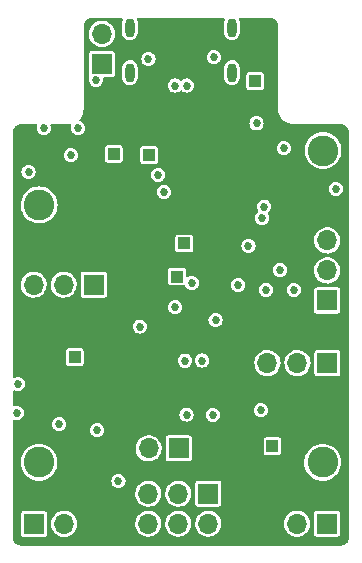
<source format=gbr>
%TF.GenerationSoftware,KiCad,Pcbnew,(6.0.8-1)-1*%
%TF.CreationDate,2022-11-07T15:29:17+01:00*%
%TF.ProjectId,distortion-pedal,64697374-6f72-4746-996f-6e2d70656461,rev?*%
%TF.SameCoordinates,Original*%
%TF.FileFunction,Copper,L2,Inr*%
%TF.FilePolarity,Positive*%
%FSLAX46Y46*%
G04 Gerber Fmt 4.6, Leading zero omitted, Abs format (unit mm)*
G04 Created by KiCad (PCBNEW (6.0.8-1)-1) date 2022-11-07 15:29:17*
%MOMM*%
%LPD*%
G01*
G04 APERTURE LIST*
%TA.AperFunction,ComponentPad*%
%ADD10O,0.800000X1.600000*%
%TD*%
%TA.AperFunction,ComponentPad*%
%ADD11R,1.700000X1.700000*%
%TD*%
%TA.AperFunction,ComponentPad*%
%ADD12O,1.700000X1.700000*%
%TD*%
%TA.AperFunction,ComponentPad*%
%ADD13R,1.000000X1.000000*%
%TD*%
%TA.AperFunction,ComponentPad*%
%ADD14C,2.600000*%
%TD*%
%TA.AperFunction,ViaPad*%
%ADD15C,0.685800*%
%TD*%
G04 APERTURE END LIST*
D10*
%TO.N,GND*%
%TO.C,J3*%
X64820000Y-44900000D03*
X56180000Y-44900000D03*
X64820000Y-41100000D03*
X56180000Y-41100000D03*
%TD*%
D11*
%TO.N,+9V*%
%TO.C,J4*%
X53800000Y-44170000D03*
D12*
%TO.N,GND*%
X53800000Y-41630000D03*
%TD*%
D11*
%TO.N,Net-(D6-Pad1)*%
%TO.C,D6*%
X60305000Y-76720000D03*
D12*
%TO.N,Net-(D6-Pad2)*%
X57765000Y-76720000D03*
%TD*%
D11*
%TO.N,Net-(Level1-Pad1)*%
%TO.C,Level1*%
X53110000Y-62850000D03*
D12*
%TO.N,Net-(D1-Pad1)*%
X50570000Y-62850000D03*
X48030000Y-62850000D03*
%TD*%
D11*
%TO.N,Net-(Gain1-Pad1)*%
%TO.C,Gain1*%
X72905000Y-69500000D03*
D12*
%TO.N,Net-(Gain1-Pad2)*%
X70365000Y-69500000D03*
X67825000Y-69500000D03*
%TD*%
D13*
%TO.N,+5V*%
%TO.C,TP3*%
X66800000Y-45600000D03*
%TD*%
%TO.N,effect_out*%
%TO.C,TP2*%
X60790000Y-59370000D03*
%TD*%
D14*
%TO.N,GND*%
%TO.C,H1*%
X48500000Y-56100000D03*
%TD*%
D13*
%TO.N,Net-(JP2-Pad1)*%
%TO.C,TP5*%
X54810000Y-51770000D03*
%TD*%
D11*
%TO.N,Net-(Tone1-Pad1)*%
%TO.C,Tone1*%
X72890000Y-64195000D03*
D12*
X72890000Y-61655000D03*
%TO.N,Net-(R6-Pad1)*%
X72890000Y-59115000D03*
%TD*%
D14*
%TO.N,GND*%
%TO.C,H3*%
X48490000Y-77900000D03*
%TD*%
D13*
%TO.N,Net-(C5-Pad2)*%
%TO.C,TP4*%
X57790000Y-51870000D03*
%TD*%
%TO.N,Net-(C8-Pad1)*%
%TO.C,TP6*%
X68250000Y-76540000D03*
%TD*%
%TO.N,Net-(D2-Pad2)*%
%TO.C,TP1*%
X60160000Y-62170000D03*
%TD*%
D11*
%TO.N,GND*%
%TO.C,J2*%
X72855000Y-83090000D03*
D12*
%TO.N,Net-(J2-Pad2)*%
X70315000Y-83090000D03*
%TD*%
D13*
%TO.N,effect_in*%
%TO.C,TP9*%
X51500000Y-69000000D03*
%TD*%
D14*
%TO.N,GND*%
%TO.C,H4*%
X72500000Y-77900000D03*
%TD*%
D11*
%TO.N,gain_out*%
%TO.C,SW1*%
X62825000Y-80545000D03*
D12*
%TO.N,Net-(J2-Pad2)*%
X62825000Y-83085000D03*
%TO.N,audio_in*%
X60285000Y-80545000D03*
%TO.N,+8V*%
X60285000Y-83085000D03*
%TO.N,Net-(D6-Pad2)*%
X57745000Y-80545000D03*
%TO.N,GND*%
X57745000Y-83085000D03*
%TD*%
D14*
%TO.N,GND*%
%TO.C,H2*%
X72530000Y-51500000D03*
%TD*%
D11*
%TO.N,GND*%
%TO.C,J1*%
X48065000Y-83110000D03*
D12*
%TO.N,audio_in*%
X50605000Y-83110000D03*
%TD*%
D15*
%TO.N,+4V*%
X66890000Y-66640000D03*
%TO.N,GND*%
X63430000Y-65860000D03*
X60980000Y-73860000D03*
X59070000Y-54990000D03*
X46600000Y-73700000D03*
X67360000Y-57210000D03*
X67540000Y-56250000D03*
X61420000Y-62720000D03*
X66900000Y-49200000D03*
X48890000Y-49620000D03*
X57010000Y-66410000D03*
X63200000Y-73870000D03*
X63280000Y-43590000D03*
X60020000Y-64760000D03*
X55208287Y-79500151D03*
X70050000Y-63300000D03*
X67700000Y-63300000D03*
X69200000Y-51300000D03*
X67260000Y-73490000D03*
X51170000Y-51900000D03*
X53410000Y-75170000D03*
X51800000Y-49600000D03*
X50190000Y-74670000D03*
X57750000Y-43750000D03*
%TO.N,+9V*%
X53300000Y-45500000D03*
X47600000Y-53300000D03*
%TO.N,+8V*%
X73620000Y-54740000D03*
X60840000Y-69290000D03*
X46690000Y-71260000D03*
X68890000Y-61620000D03*
X58580000Y-53560000D03*
X62280000Y-69280000D03*
%TO.N,Net-(J3-PadA5)*%
X61000000Y-46000000D03*
%TO.N,Net-(J3-PadB5)*%
X60000000Y-46000000D03*
%TO.N,Net-(R6-Pad2)*%
X66220000Y-59560000D03*
X65340000Y-62890000D03*
%TO.N,+4V*%
X58790000Y-71300000D03*
X58800000Y-72700000D03*
X71060000Y-54700000D03*
X73860000Y-71300000D03*
X49000000Y-65270000D03*
%TD*%
%TA.AperFunction,Conductor*%
%TO.N,+4V*%
G36*
X55533097Y-40274502D02*
G01*
X55579590Y-40328158D01*
X55589694Y-40398432D01*
X55575392Y-40441199D01*
X55570444Y-40450199D01*
X55570442Y-40450204D01*
X55566625Y-40457147D01*
X55525500Y-40617317D01*
X55525500Y-41541178D01*
X55541024Y-41664061D01*
X55543941Y-41671428D01*
X55543941Y-41671429D01*
X55550523Y-41688053D01*
X55601899Y-41817814D01*
X55606557Y-41824225D01*
X55606558Y-41824227D01*
X55649427Y-41883231D01*
X55699098Y-41951597D01*
X55826514Y-42057005D01*
X55976141Y-42127414D01*
X56071298Y-42145566D01*
X56130791Y-42156915D01*
X56130793Y-42156915D01*
X56138577Y-42158400D01*
X56303616Y-42148017D01*
X56377415Y-42124038D01*
X56453351Y-42099365D01*
X56453354Y-42099364D01*
X56460887Y-42096916D01*
X56467577Y-42092670D01*
X56467580Y-42092669D01*
X56537636Y-42048210D01*
X56600510Y-42008309D01*
X56713710Y-41887763D01*
X56793375Y-41742853D01*
X56834500Y-41582683D01*
X56834500Y-40658822D01*
X56824066Y-40576230D01*
X56819970Y-40543804D01*
X56819969Y-40543801D01*
X56818976Y-40535939D01*
X56775798Y-40426883D01*
X56769319Y-40356183D01*
X56802091Y-40293203D01*
X56863711Y-40257940D01*
X56892950Y-40254500D01*
X64104976Y-40254500D01*
X64173097Y-40274502D01*
X64219590Y-40328158D01*
X64229694Y-40398432D01*
X64215392Y-40441199D01*
X64210444Y-40450199D01*
X64210442Y-40450204D01*
X64206625Y-40457147D01*
X64165500Y-40617317D01*
X64165500Y-41541178D01*
X64181024Y-41664061D01*
X64183941Y-41671428D01*
X64183941Y-41671429D01*
X64190523Y-41688053D01*
X64241899Y-41817814D01*
X64246557Y-41824225D01*
X64246558Y-41824227D01*
X64289427Y-41883231D01*
X64339098Y-41951597D01*
X64466514Y-42057005D01*
X64616141Y-42127414D01*
X64711298Y-42145566D01*
X64770791Y-42156915D01*
X64770793Y-42156915D01*
X64778577Y-42158400D01*
X64943616Y-42148017D01*
X65017415Y-42124038D01*
X65093351Y-42099365D01*
X65093354Y-42099364D01*
X65100887Y-42096916D01*
X65107577Y-42092670D01*
X65107580Y-42092669D01*
X65177636Y-42048210D01*
X65240510Y-42008309D01*
X65353710Y-41887763D01*
X65433375Y-41742853D01*
X65474500Y-41582683D01*
X65474500Y-40658822D01*
X65464066Y-40576230D01*
X65459970Y-40543804D01*
X65459969Y-40543801D01*
X65458976Y-40535939D01*
X65415798Y-40426883D01*
X65409319Y-40356183D01*
X65442091Y-40293203D01*
X65503711Y-40257940D01*
X65532950Y-40254500D01*
X67962524Y-40254500D01*
X67987103Y-40256921D01*
X68000000Y-40259486D01*
X68012170Y-40257065D01*
X68019856Y-40257065D01*
X68032207Y-40257672D01*
X68133092Y-40267609D01*
X68157309Y-40272425D01*
X68273426Y-40307649D01*
X68296226Y-40317093D01*
X68403239Y-40374292D01*
X68423770Y-40388011D01*
X68517556Y-40464981D01*
X68535019Y-40482444D01*
X68611989Y-40576230D01*
X68625708Y-40596761D01*
X68682907Y-40703774D01*
X68692351Y-40726574D01*
X68727575Y-40842691D01*
X68732391Y-40866908D01*
X68742328Y-40967793D01*
X68742935Y-40980144D01*
X68742935Y-40987830D01*
X68740514Y-41000000D01*
X68742935Y-41012170D01*
X68743079Y-41012894D01*
X68745500Y-41037476D01*
X68745500Y-47962524D01*
X68743079Y-47987103D01*
X68740514Y-48000000D01*
X68742346Y-48009209D01*
X68757114Y-48196854D01*
X68803210Y-48388860D01*
X68878776Y-48571292D01*
X68981950Y-48739657D01*
X68985157Y-48743412D01*
X68985160Y-48743416D01*
X69100770Y-48878776D01*
X69110192Y-48889808D01*
X69113948Y-48893016D01*
X69256584Y-49014840D01*
X69256588Y-49014843D01*
X69260343Y-49018050D01*
X69428708Y-49121224D01*
X69433278Y-49123117D01*
X69433282Y-49123119D01*
X69599122Y-49191812D01*
X69611140Y-49196790D01*
X69658617Y-49208188D01*
X69798333Y-49241731D01*
X69798339Y-49241732D01*
X69803146Y-49242886D01*
X69990791Y-49257654D01*
X70000000Y-49259486D01*
X70012897Y-49256921D01*
X70037476Y-49254500D01*
X73962524Y-49254500D01*
X73987103Y-49256921D01*
X74000000Y-49259486D01*
X74012170Y-49257065D01*
X74019856Y-49257065D01*
X74032207Y-49257672D01*
X74133092Y-49267609D01*
X74157309Y-49272425D01*
X74273426Y-49307649D01*
X74296226Y-49317093D01*
X74403239Y-49374292D01*
X74423770Y-49388011D01*
X74517556Y-49464981D01*
X74535019Y-49482444D01*
X74611989Y-49576230D01*
X74625708Y-49596761D01*
X74682907Y-49703774D01*
X74692351Y-49726574D01*
X74727575Y-49842691D01*
X74732391Y-49866908D01*
X74742328Y-49967793D01*
X74742935Y-49980144D01*
X74742935Y-49987830D01*
X74740514Y-50000000D01*
X74742935Y-50012170D01*
X74743079Y-50012894D01*
X74745500Y-50037476D01*
X74745500Y-84162524D01*
X74743079Y-84187103D01*
X74740514Y-84200000D01*
X74742935Y-84212170D01*
X74742935Y-84219856D01*
X74742328Y-84232207D01*
X74732391Y-84333092D01*
X74727575Y-84357309D01*
X74692351Y-84473426D01*
X74682907Y-84496226D01*
X74625708Y-84603239D01*
X74611989Y-84623770D01*
X74535019Y-84717556D01*
X74517556Y-84735019D01*
X74423770Y-84811989D01*
X74403239Y-84825708D01*
X74296226Y-84882907D01*
X74273426Y-84892351D01*
X74157309Y-84927575D01*
X74133092Y-84932391D01*
X74032207Y-84942328D01*
X74019856Y-84942935D01*
X74012170Y-84942935D01*
X74000000Y-84940514D01*
X73987103Y-84943079D01*
X73962524Y-84945500D01*
X47037476Y-84945500D01*
X47012897Y-84943079D01*
X47000000Y-84940514D01*
X46987830Y-84942935D01*
X46980144Y-84942935D01*
X46967793Y-84942328D01*
X46866908Y-84932391D01*
X46842691Y-84927575D01*
X46726574Y-84892351D01*
X46703774Y-84882907D01*
X46596761Y-84825708D01*
X46576230Y-84811989D01*
X46482444Y-84735019D01*
X46464981Y-84717556D01*
X46388011Y-84623770D01*
X46374292Y-84603239D01*
X46317093Y-84496226D01*
X46307649Y-84473426D01*
X46272425Y-84357309D01*
X46267609Y-84333092D01*
X46257672Y-84232207D01*
X46257065Y-84219856D01*
X46257065Y-84212170D01*
X46259486Y-84200000D01*
X46256921Y-84187103D01*
X46254500Y-84162524D01*
X46254500Y-82234933D01*
X46960500Y-82234933D01*
X46960501Y-83985066D01*
X46963864Y-84001972D01*
X46968867Y-84027126D01*
X46975266Y-84059301D01*
X46982161Y-84069620D01*
X46982162Y-84069622D01*
X47022516Y-84130015D01*
X47031516Y-84143484D01*
X47041832Y-84150377D01*
X47089391Y-84182155D01*
X47115699Y-84199734D01*
X47189933Y-84214500D01*
X48064858Y-84214500D01*
X48940066Y-84214499D01*
X48975818Y-84207388D01*
X49002126Y-84202156D01*
X49002128Y-84202155D01*
X49014301Y-84199734D01*
X49024621Y-84192839D01*
X49024622Y-84192838D01*
X49088168Y-84150377D01*
X49098484Y-84143484D01*
X49154734Y-84059301D01*
X49169500Y-83985067D01*
X49169499Y-83080964D01*
X49496148Y-83080964D01*
X49509424Y-83283522D01*
X49510845Y-83289118D01*
X49510846Y-83289123D01*
X49531119Y-83368945D01*
X49559392Y-83480269D01*
X49561809Y-83485512D01*
X49599010Y-83566208D01*
X49644377Y-83664616D01*
X49647710Y-83669332D01*
X49746717Y-83809424D01*
X49761533Y-83830389D01*
X49765675Y-83834424D01*
X49810439Y-83878031D01*
X49906938Y-83972035D01*
X50075720Y-84084812D01*
X50081023Y-84087090D01*
X50081026Y-84087092D01*
X50218644Y-84146217D01*
X50262228Y-84164942D01*
X50335244Y-84181464D01*
X50454579Y-84208467D01*
X50454584Y-84208468D01*
X50460216Y-84209742D01*
X50465987Y-84209969D01*
X50465989Y-84209969D01*
X50525756Y-84212317D01*
X50663053Y-84217712D01*
X50770348Y-84202155D01*
X50858231Y-84189413D01*
X50858236Y-84189412D01*
X50863945Y-84188584D01*
X50869409Y-84186729D01*
X50869414Y-84186728D01*
X51050693Y-84125192D01*
X51050698Y-84125190D01*
X51056165Y-84123334D01*
X51233276Y-84024147D01*
X51257324Y-84004147D01*
X51384913Y-83898031D01*
X51389345Y-83894345D01*
X51459171Y-83810389D01*
X51515453Y-83742718D01*
X51515455Y-83742715D01*
X51519147Y-83738276D01*
X51618334Y-83561165D01*
X51620190Y-83555698D01*
X51620192Y-83555693D01*
X51681728Y-83374414D01*
X51681729Y-83374409D01*
X51683584Y-83368945D01*
X51684412Y-83363236D01*
X51684413Y-83363231D01*
X51712179Y-83171727D01*
X51712712Y-83168053D01*
X51714232Y-83110000D01*
X51709267Y-83055964D01*
X56636148Y-83055964D01*
X56649424Y-83258522D01*
X56650845Y-83264118D01*
X56650846Y-83264123D01*
X56671119Y-83343945D01*
X56699392Y-83455269D01*
X56701809Y-83460512D01*
X56750536Y-83566208D01*
X56784377Y-83639616D01*
X56787710Y-83644332D01*
X56854103Y-83738276D01*
X56901533Y-83805389D01*
X56905675Y-83809424D01*
X56962637Y-83864913D01*
X57046938Y-83947035D01*
X57215720Y-84059812D01*
X57221023Y-84062090D01*
X57221026Y-84062092D01*
X57363921Y-84123484D01*
X57402228Y-84139942D01*
X57475244Y-84156464D01*
X57594579Y-84183467D01*
X57594584Y-84183468D01*
X57600216Y-84184742D01*
X57605987Y-84184969D01*
X57605989Y-84184969D01*
X57660380Y-84187106D01*
X57803053Y-84192712D01*
X57903499Y-84178148D01*
X57998231Y-84164413D01*
X57998236Y-84164412D01*
X58003945Y-84163584D01*
X58009409Y-84161729D01*
X58009414Y-84161728D01*
X58190693Y-84100192D01*
X58190698Y-84100190D01*
X58196165Y-84098334D01*
X58220311Y-84084812D01*
X58359303Y-84006972D01*
X58373276Y-83999147D01*
X58382910Y-83991135D01*
X58524913Y-83873031D01*
X58529345Y-83869345D01*
X58575023Y-83814424D01*
X58655453Y-83717718D01*
X58655455Y-83717715D01*
X58659147Y-83713276D01*
X58758334Y-83536165D01*
X58760190Y-83530698D01*
X58760192Y-83530693D01*
X58821728Y-83349414D01*
X58821729Y-83349409D01*
X58823584Y-83343945D01*
X58824412Y-83338236D01*
X58824413Y-83338231D01*
X58852179Y-83146727D01*
X58852712Y-83143053D01*
X58854232Y-83085000D01*
X58851564Y-83055964D01*
X59176148Y-83055964D01*
X59189424Y-83258522D01*
X59190845Y-83264118D01*
X59190846Y-83264123D01*
X59211119Y-83343945D01*
X59239392Y-83455269D01*
X59241809Y-83460512D01*
X59290536Y-83566208D01*
X59324377Y-83639616D01*
X59327710Y-83644332D01*
X59394103Y-83738276D01*
X59441533Y-83805389D01*
X59445675Y-83809424D01*
X59502637Y-83864913D01*
X59586938Y-83947035D01*
X59755720Y-84059812D01*
X59761023Y-84062090D01*
X59761026Y-84062092D01*
X59903921Y-84123484D01*
X59942228Y-84139942D01*
X60015244Y-84156464D01*
X60134579Y-84183467D01*
X60134584Y-84183468D01*
X60140216Y-84184742D01*
X60145987Y-84184969D01*
X60145989Y-84184969D01*
X60200380Y-84187106D01*
X60343053Y-84192712D01*
X60443499Y-84178148D01*
X60538231Y-84164413D01*
X60538236Y-84164412D01*
X60543945Y-84163584D01*
X60549409Y-84161729D01*
X60549414Y-84161728D01*
X60730693Y-84100192D01*
X60730698Y-84100190D01*
X60736165Y-84098334D01*
X60760311Y-84084812D01*
X60899303Y-84006972D01*
X60913276Y-83999147D01*
X60922910Y-83991135D01*
X61064913Y-83873031D01*
X61069345Y-83869345D01*
X61115023Y-83814424D01*
X61195453Y-83717718D01*
X61195455Y-83717715D01*
X61199147Y-83713276D01*
X61298334Y-83536165D01*
X61300190Y-83530698D01*
X61300192Y-83530693D01*
X61361728Y-83349414D01*
X61361729Y-83349409D01*
X61363584Y-83343945D01*
X61364412Y-83338236D01*
X61364413Y-83338231D01*
X61392179Y-83146727D01*
X61392712Y-83143053D01*
X61394232Y-83085000D01*
X61391564Y-83055964D01*
X61716148Y-83055964D01*
X61729424Y-83258522D01*
X61730845Y-83264118D01*
X61730846Y-83264123D01*
X61751119Y-83343945D01*
X61779392Y-83455269D01*
X61781809Y-83460512D01*
X61830536Y-83566208D01*
X61864377Y-83639616D01*
X61867710Y-83644332D01*
X61934103Y-83738276D01*
X61981533Y-83805389D01*
X61985675Y-83809424D01*
X62042637Y-83864913D01*
X62126938Y-83947035D01*
X62295720Y-84059812D01*
X62301023Y-84062090D01*
X62301026Y-84062092D01*
X62443921Y-84123484D01*
X62482228Y-84139942D01*
X62555244Y-84156464D01*
X62674579Y-84183467D01*
X62674584Y-84183468D01*
X62680216Y-84184742D01*
X62685987Y-84184969D01*
X62685989Y-84184969D01*
X62740380Y-84187106D01*
X62883053Y-84192712D01*
X62983499Y-84178148D01*
X63078231Y-84164413D01*
X63078236Y-84164412D01*
X63083945Y-84163584D01*
X63089409Y-84161729D01*
X63089414Y-84161728D01*
X63270693Y-84100192D01*
X63270698Y-84100190D01*
X63276165Y-84098334D01*
X63300311Y-84084812D01*
X63439303Y-84006972D01*
X63453276Y-83999147D01*
X63462910Y-83991135D01*
X63604913Y-83873031D01*
X63609345Y-83869345D01*
X63655023Y-83814424D01*
X63735453Y-83717718D01*
X63735455Y-83717715D01*
X63739147Y-83713276D01*
X63838334Y-83536165D01*
X63840190Y-83530698D01*
X63840192Y-83530693D01*
X63901728Y-83349414D01*
X63901729Y-83349409D01*
X63903584Y-83343945D01*
X63904412Y-83338236D01*
X63904413Y-83338231D01*
X63932179Y-83146727D01*
X63932712Y-83143053D01*
X63934232Y-83085000D01*
X63932023Y-83060964D01*
X69206148Y-83060964D01*
X69219424Y-83263522D01*
X69220845Y-83269118D01*
X69220846Y-83269123D01*
X69239849Y-83343945D01*
X69269392Y-83460269D01*
X69271809Y-83465512D01*
X69306705Y-83541208D01*
X69354377Y-83644616D01*
X69357710Y-83649332D01*
X69464664Y-83800669D01*
X69471533Y-83810389D01*
X69475675Y-83814424D01*
X69492064Y-83830389D01*
X69616938Y-83952035D01*
X69785720Y-84064812D01*
X69791023Y-84067090D01*
X69791026Y-84067092D01*
X69938327Y-84130377D01*
X69972228Y-84144942D01*
X70045244Y-84161464D01*
X70164579Y-84188467D01*
X70164584Y-84188468D01*
X70170216Y-84189742D01*
X70175987Y-84189969D01*
X70175989Y-84189969D01*
X70235756Y-84192317D01*
X70373053Y-84197712D01*
X70480348Y-84182155D01*
X70568231Y-84169413D01*
X70568236Y-84169412D01*
X70573945Y-84168584D01*
X70579409Y-84166729D01*
X70579414Y-84166728D01*
X70760693Y-84105192D01*
X70760698Y-84105190D01*
X70766165Y-84103334D01*
X70771776Y-84100192D01*
X70843879Y-84059812D01*
X70943276Y-84004147D01*
X70953730Y-83995453D01*
X71094913Y-83878031D01*
X71099345Y-83874345D01*
X71156463Y-83805669D01*
X71225453Y-83722718D01*
X71225455Y-83722715D01*
X71229147Y-83718276D01*
X71314309Y-83566208D01*
X71325510Y-83546208D01*
X71325511Y-83546206D01*
X71328334Y-83541165D01*
X71330190Y-83535698D01*
X71330192Y-83535693D01*
X71391728Y-83354414D01*
X71391729Y-83354409D01*
X71393584Y-83348945D01*
X71394412Y-83343236D01*
X71394413Y-83343231D01*
X71422179Y-83151727D01*
X71422712Y-83148053D01*
X71424232Y-83090000D01*
X71412797Y-82965551D01*
X71406187Y-82893613D01*
X71406186Y-82893610D01*
X71405658Y-82887859D01*
X71401710Y-82873861D01*
X71352125Y-82698046D01*
X71352124Y-82698044D01*
X71350557Y-82692487D01*
X71339978Y-82671033D01*
X71263331Y-82515609D01*
X71260776Y-82510428D01*
X71139320Y-82347779D01*
X70995609Y-82214933D01*
X71750500Y-82214933D01*
X71750501Y-83965066D01*
X71756545Y-83995453D01*
X71762814Y-84026972D01*
X71765266Y-84039301D01*
X71772161Y-84049620D01*
X71772162Y-84049622D01*
X71812516Y-84110015D01*
X71821516Y-84123484D01*
X71905699Y-84179734D01*
X71979933Y-84194500D01*
X72854858Y-84194500D01*
X73730066Y-84194499D01*
X73769137Y-84186728D01*
X73792126Y-84182156D01*
X73792128Y-84182155D01*
X73804301Y-84179734D01*
X73814621Y-84172839D01*
X73814622Y-84172838D01*
X73878168Y-84130377D01*
X73888484Y-84123484D01*
X73944734Y-84039301D01*
X73959500Y-83965067D01*
X73959499Y-82214934D01*
X73952388Y-82179182D01*
X73947156Y-82152874D01*
X73947155Y-82152872D01*
X73944734Y-82140699D01*
X73922101Y-82106826D01*
X73895377Y-82066832D01*
X73888484Y-82056516D01*
X73831686Y-82018564D01*
X73814620Y-82007161D01*
X73804301Y-82000266D01*
X73730067Y-81985500D01*
X72855142Y-81985500D01*
X71979934Y-81985501D01*
X71944182Y-81992612D01*
X71917874Y-81997844D01*
X71917872Y-81997845D01*
X71905699Y-82000266D01*
X71895379Y-82007161D01*
X71895378Y-82007162D01*
X71849848Y-82037585D01*
X71821516Y-82056516D01*
X71814623Y-82066832D01*
X71787900Y-82106826D01*
X71765266Y-82140699D01*
X71750500Y-82214933D01*
X70995609Y-82214933D01*
X70990258Y-82209987D01*
X70985375Y-82206906D01*
X70985371Y-82206903D01*
X70829924Y-82108824D01*
X70818581Y-82101667D01*
X70630039Y-82026446D01*
X70624379Y-82025320D01*
X70624375Y-82025319D01*
X70436613Y-81987971D01*
X70436610Y-81987971D01*
X70430946Y-81986844D01*
X70425171Y-81986768D01*
X70425167Y-81986768D01*
X70323793Y-81985441D01*
X70227971Y-81984187D01*
X70222274Y-81985166D01*
X70222273Y-81985166D01*
X70094271Y-82007161D01*
X70027910Y-82018564D01*
X69837463Y-82088824D01*
X69663010Y-82192612D01*
X69658670Y-82196418D01*
X69658666Y-82196421D01*
X69614752Y-82234933D01*
X69510392Y-82326455D01*
X69384720Y-82485869D01*
X69382031Y-82490980D01*
X69382029Y-82490983D01*
X69361276Y-82530428D01*
X69290203Y-82665515D01*
X69230007Y-82859378D01*
X69206148Y-83060964D01*
X63932023Y-83060964D01*
X63917955Y-82907859D01*
X63916187Y-82888613D01*
X63916186Y-82888610D01*
X63915658Y-82882859D01*
X63910654Y-82865115D01*
X63862125Y-82693046D01*
X63862124Y-82693044D01*
X63860557Y-82687487D01*
X63849978Y-82666033D01*
X63773331Y-82510609D01*
X63770776Y-82505428D01*
X63759990Y-82490983D01*
X63655452Y-82350991D01*
X63649320Y-82342779D01*
X63511019Y-82214934D01*
X63504503Y-82208911D01*
X63500258Y-82204987D01*
X63495375Y-82201906D01*
X63495371Y-82201903D01*
X63341389Y-82104748D01*
X63328581Y-82096667D01*
X63140039Y-82021446D01*
X63134379Y-82020320D01*
X63134375Y-82020319D01*
X62946613Y-81982971D01*
X62946610Y-81982971D01*
X62940946Y-81981844D01*
X62935171Y-81981768D01*
X62935167Y-81981768D01*
X62833793Y-81980441D01*
X62737971Y-81979187D01*
X62732274Y-81980166D01*
X62732273Y-81980166D01*
X62575173Y-82007161D01*
X62537910Y-82013564D01*
X62347463Y-82083824D01*
X62173010Y-82187612D01*
X62168670Y-82191418D01*
X62168666Y-82191421D01*
X62024733Y-82317648D01*
X62020392Y-82321455D01*
X61894720Y-82480869D01*
X61892031Y-82485980D01*
X61892029Y-82485983D01*
X61865920Y-82535609D01*
X61800203Y-82660515D01*
X61740007Y-82854378D01*
X61716148Y-83055964D01*
X61391564Y-83055964D01*
X61377955Y-82907859D01*
X61376187Y-82888613D01*
X61376186Y-82888610D01*
X61375658Y-82882859D01*
X61370654Y-82865115D01*
X61322125Y-82693046D01*
X61322124Y-82693044D01*
X61320557Y-82687487D01*
X61309978Y-82666033D01*
X61233331Y-82510609D01*
X61230776Y-82505428D01*
X61219990Y-82490983D01*
X61115452Y-82350991D01*
X61109320Y-82342779D01*
X60971019Y-82214934D01*
X60964503Y-82208911D01*
X60960258Y-82204987D01*
X60955375Y-82201906D01*
X60955371Y-82201903D01*
X60801389Y-82104748D01*
X60788581Y-82096667D01*
X60600039Y-82021446D01*
X60594379Y-82020320D01*
X60594375Y-82020319D01*
X60406613Y-81982971D01*
X60406610Y-81982971D01*
X60400946Y-81981844D01*
X60395171Y-81981768D01*
X60395167Y-81981768D01*
X60293793Y-81980441D01*
X60197971Y-81979187D01*
X60192274Y-81980166D01*
X60192273Y-81980166D01*
X60035173Y-82007161D01*
X59997910Y-82013564D01*
X59807463Y-82083824D01*
X59633010Y-82187612D01*
X59628670Y-82191418D01*
X59628666Y-82191421D01*
X59484733Y-82317648D01*
X59480392Y-82321455D01*
X59354720Y-82480869D01*
X59352031Y-82485980D01*
X59352029Y-82485983D01*
X59325920Y-82535609D01*
X59260203Y-82660515D01*
X59200007Y-82854378D01*
X59176148Y-83055964D01*
X58851564Y-83055964D01*
X58837955Y-82907859D01*
X58836187Y-82888613D01*
X58836186Y-82888610D01*
X58835658Y-82882859D01*
X58830654Y-82865115D01*
X58782125Y-82693046D01*
X58782124Y-82693044D01*
X58780557Y-82687487D01*
X58769978Y-82666033D01*
X58693331Y-82510609D01*
X58690776Y-82505428D01*
X58679990Y-82490983D01*
X58575452Y-82350991D01*
X58569320Y-82342779D01*
X58431019Y-82214934D01*
X58424503Y-82208911D01*
X58420258Y-82204987D01*
X58415375Y-82201906D01*
X58415371Y-82201903D01*
X58261389Y-82104748D01*
X58248581Y-82096667D01*
X58060039Y-82021446D01*
X58054379Y-82020320D01*
X58054375Y-82020319D01*
X57866613Y-81982971D01*
X57866610Y-81982971D01*
X57860946Y-81981844D01*
X57855171Y-81981768D01*
X57855167Y-81981768D01*
X57753793Y-81980441D01*
X57657971Y-81979187D01*
X57652274Y-81980166D01*
X57652273Y-81980166D01*
X57495173Y-82007161D01*
X57457910Y-82013564D01*
X57267463Y-82083824D01*
X57093010Y-82187612D01*
X57088670Y-82191418D01*
X57088666Y-82191421D01*
X56944733Y-82317648D01*
X56940392Y-82321455D01*
X56814720Y-82480869D01*
X56812031Y-82485980D01*
X56812029Y-82485983D01*
X56785920Y-82535609D01*
X56720203Y-82660515D01*
X56660007Y-82854378D01*
X56636148Y-83055964D01*
X51709267Y-83055964D01*
X51695658Y-82907859D01*
X51690017Y-82887859D01*
X51642125Y-82718046D01*
X51642124Y-82718044D01*
X51640557Y-82712487D01*
X51630695Y-82692487D01*
X51553331Y-82535609D01*
X51550776Y-82530428D01*
X51535977Y-82510609D01*
X51432777Y-82372409D01*
X51429320Y-82367779D01*
X51280258Y-82229987D01*
X51275375Y-82226906D01*
X51275371Y-82226903D01*
X51113464Y-82124748D01*
X51108581Y-82121667D01*
X50920039Y-82046446D01*
X50914379Y-82045320D01*
X50914375Y-82045319D01*
X50726613Y-82007971D01*
X50726610Y-82007971D01*
X50720946Y-82006844D01*
X50715171Y-82006768D01*
X50715167Y-82006768D01*
X50613793Y-82005441D01*
X50517971Y-82004187D01*
X50512274Y-82005166D01*
X50512273Y-82005166D01*
X50388432Y-82026446D01*
X50317910Y-82038564D01*
X50127463Y-82108824D01*
X49953010Y-82212612D01*
X49948670Y-82216418D01*
X49948666Y-82216421D01*
X49818025Y-82330991D01*
X49800392Y-82346455D01*
X49674720Y-82505869D01*
X49672031Y-82510980D01*
X49672029Y-82510983D01*
X49659073Y-82535609D01*
X49580203Y-82685515D01*
X49520007Y-82879378D01*
X49496148Y-83080964D01*
X49169499Y-83080964D01*
X49169499Y-82234934D01*
X49161081Y-82192612D01*
X49157156Y-82172874D01*
X49157155Y-82172872D01*
X49154734Y-82160699D01*
X49141371Y-82140699D01*
X49105377Y-82086832D01*
X49098484Y-82076516D01*
X49014301Y-82020266D01*
X48940067Y-82005500D01*
X48065142Y-82005500D01*
X47189934Y-82005501D01*
X47154317Y-82012585D01*
X47127874Y-82017844D01*
X47127872Y-82017845D01*
X47115699Y-82020266D01*
X47105379Y-82027161D01*
X47105378Y-82027162D01*
X47061448Y-82056516D01*
X47031516Y-82076516D01*
X46975266Y-82160699D01*
X46960500Y-82234933D01*
X46254500Y-82234933D01*
X46254500Y-80515964D01*
X56636148Y-80515964D01*
X56649424Y-80718522D01*
X56650845Y-80724118D01*
X56650846Y-80724123D01*
X56671119Y-80803945D01*
X56699392Y-80915269D01*
X56701809Y-80920512D01*
X56739010Y-81001208D01*
X56784377Y-81099616D01*
X56901533Y-81265389D01*
X57046938Y-81407035D01*
X57215720Y-81519812D01*
X57221023Y-81522090D01*
X57221026Y-81522092D01*
X57352283Y-81578484D01*
X57402228Y-81599942D01*
X57475244Y-81616464D01*
X57594579Y-81643467D01*
X57594584Y-81643468D01*
X57600216Y-81644742D01*
X57605987Y-81644969D01*
X57605989Y-81644969D01*
X57665756Y-81647317D01*
X57803053Y-81652712D01*
X57910348Y-81637155D01*
X57998231Y-81624413D01*
X57998236Y-81624412D01*
X58003945Y-81623584D01*
X58009409Y-81621729D01*
X58009414Y-81621728D01*
X58190693Y-81560192D01*
X58190698Y-81560190D01*
X58196165Y-81558334D01*
X58373276Y-81459147D01*
X58412969Y-81426135D01*
X58524913Y-81333031D01*
X58529345Y-81329345D01*
X58659147Y-81173276D01*
X58758334Y-80996165D01*
X58760190Y-80990698D01*
X58760192Y-80990693D01*
X58821728Y-80809414D01*
X58821729Y-80809409D01*
X58823584Y-80803945D01*
X58824412Y-80798236D01*
X58824413Y-80798231D01*
X58852179Y-80606727D01*
X58852712Y-80603053D01*
X58854232Y-80545000D01*
X58851564Y-80515964D01*
X59176148Y-80515964D01*
X59189424Y-80718522D01*
X59190845Y-80724118D01*
X59190846Y-80724123D01*
X59211119Y-80803945D01*
X59239392Y-80915269D01*
X59241809Y-80920512D01*
X59279010Y-81001208D01*
X59324377Y-81099616D01*
X59441533Y-81265389D01*
X59586938Y-81407035D01*
X59755720Y-81519812D01*
X59761023Y-81522090D01*
X59761026Y-81522092D01*
X59892283Y-81578484D01*
X59942228Y-81599942D01*
X60015244Y-81616464D01*
X60134579Y-81643467D01*
X60134584Y-81643468D01*
X60140216Y-81644742D01*
X60145987Y-81644969D01*
X60145989Y-81644969D01*
X60205756Y-81647317D01*
X60343053Y-81652712D01*
X60450348Y-81637155D01*
X60538231Y-81624413D01*
X60538236Y-81624412D01*
X60543945Y-81623584D01*
X60549409Y-81621729D01*
X60549414Y-81621728D01*
X60730693Y-81560192D01*
X60730698Y-81560190D01*
X60736165Y-81558334D01*
X60913276Y-81459147D01*
X60952969Y-81426135D01*
X61064913Y-81333031D01*
X61069345Y-81329345D01*
X61199147Y-81173276D01*
X61298334Y-80996165D01*
X61300190Y-80990698D01*
X61300192Y-80990693D01*
X61361728Y-80809414D01*
X61361729Y-80809409D01*
X61363584Y-80803945D01*
X61364412Y-80798236D01*
X61364413Y-80798231D01*
X61392179Y-80606727D01*
X61392712Y-80603053D01*
X61394232Y-80545000D01*
X61375658Y-80342859D01*
X61374090Y-80337299D01*
X61322125Y-80153046D01*
X61322124Y-80153044D01*
X61320557Y-80147487D01*
X61309978Y-80126033D01*
X61233331Y-79970609D01*
X61230776Y-79965428D01*
X61109320Y-79802779D01*
X60965609Y-79669933D01*
X61720500Y-79669933D01*
X61720501Y-81420066D01*
X61735266Y-81494301D01*
X61742161Y-81504620D01*
X61742162Y-81504622D01*
X61782516Y-81565015D01*
X61791516Y-81578484D01*
X61875699Y-81634734D01*
X61949933Y-81649500D01*
X62824858Y-81649500D01*
X63700066Y-81649499D01*
X63735818Y-81642388D01*
X63762126Y-81637156D01*
X63762128Y-81637155D01*
X63774301Y-81634734D01*
X63784621Y-81627839D01*
X63784622Y-81627838D01*
X63848168Y-81585377D01*
X63858484Y-81578484D01*
X63914734Y-81494301D01*
X63929500Y-81420067D01*
X63929499Y-79669934D01*
X63914734Y-79595699D01*
X63888654Y-79556667D01*
X63865377Y-79521832D01*
X63858484Y-79511516D01*
X63774301Y-79455266D01*
X63700067Y-79440500D01*
X62825142Y-79440500D01*
X61949934Y-79440501D01*
X61914182Y-79447612D01*
X61887874Y-79452844D01*
X61887872Y-79452845D01*
X61875699Y-79455266D01*
X61865379Y-79462161D01*
X61865378Y-79462162D01*
X61820779Y-79491963D01*
X61791516Y-79511516D01*
X61735266Y-79595699D01*
X61720500Y-79669933D01*
X60965609Y-79669933D01*
X60960258Y-79664987D01*
X60955375Y-79661906D01*
X60955371Y-79661903D01*
X60793464Y-79559748D01*
X60788581Y-79556667D01*
X60600039Y-79481446D01*
X60594379Y-79480320D01*
X60594375Y-79480319D01*
X60406613Y-79442971D01*
X60406610Y-79442971D01*
X60400946Y-79441844D01*
X60395171Y-79441768D01*
X60395167Y-79441768D01*
X60293793Y-79440441D01*
X60197971Y-79439187D01*
X60192274Y-79440166D01*
X60192273Y-79440166D01*
X60104397Y-79455266D01*
X59997910Y-79473564D01*
X59807463Y-79543824D01*
X59633010Y-79647612D01*
X59628670Y-79651418D01*
X59628666Y-79651421D01*
X59484733Y-79777648D01*
X59480392Y-79781455D01*
X59476817Y-79785990D01*
X59476816Y-79785991D01*
X59463581Y-79802779D01*
X59354720Y-79940869D01*
X59352031Y-79945980D01*
X59352029Y-79945983D01*
X59312046Y-80021979D01*
X59260203Y-80120515D01*
X59200007Y-80314378D01*
X59176148Y-80515964D01*
X58851564Y-80515964D01*
X58835658Y-80342859D01*
X58834090Y-80337299D01*
X58782125Y-80153046D01*
X58782124Y-80153044D01*
X58780557Y-80147487D01*
X58769978Y-80126033D01*
X58693331Y-79970609D01*
X58690776Y-79965428D01*
X58569320Y-79802779D01*
X58420258Y-79664987D01*
X58415375Y-79661906D01*
X58415371Y-79661903D01*
X58253464Y-79559748D01*
X58248581Y-79556667D01*
X58060039Y-79481446D01*
X58054379Y-79480320D01*
X58054375Y-79480319D01*
X57866613Y-79442971D01*
X57866610Y-79442971D01*
X57860946Y-79441844D01*
X57855171Y-79441768D01*
X57855167Y-79441768D01*
X57753793Y-79440441D01*
X57657971Y-79439187D01*
X57652274Y-79440166D01*
X57652273Y-79440166D01*
X57564397Y-79455266D01*
X57457910Y-79473564D01*
X57267463Y-79543824D01*
X57093010Y-79647612D01*
X57088670Y-79651418D01*
X57088666Y-79651421D01*
X56944733Y-79777648D01*
X56940392Y-79781455D01*
X56936817Y-79785990D01*
X56936816Y-79785991D01*
X56923581Y-79802779D01*
X56814720Y-79940869D01*
X56812031Y-79945980D01*
X56812029Y-79945983D01*
X56772046Y-80021979D01*
X56720203Y-80120515D01*
X56660007Y-80314378D01*
X56636148Y-80515964D01*
X46254500Y-80515964D01*
X46254500Y-79500151D01*
X54605732Y-79500151D01*
X54626264Y-79656104D01*
X54686459Y-79801428D01*
X54782216Y-79926222D01*
X54907009Y-80021979D01*
X55052334Y-80082174D01*
X55208287Y-80102706D01*
X55364240Y-80082174D01*
X55509565Y-80021979D01*
X55634358Y-79926222D01*
X55730115Y-79801428D01*
X55790310Y-79656104D01*
X55810842Y-79500151D01*
X55790310Y-79344198D01*
X55730115Y-79198874D01*
X55634358Y-79074080D01*
X55509565Y-78978323D01*
X55364240Y-78918128D01*
X55208287Y-78897596D01*
X55052334Y-78918128D01*
X54907010Y-78978323D01*
X54782216Y-79074080D01*
X54686459Y-79198874D01*
X54626264Y-79344198D01*
X54605732Y-79500151D01*
X46254500Y-79500151D01*
X46254500Y-77900000D01*
X46930693Y-77900000D01*
X46949891Y-78143929D01*
X47007011Y-78381852D01*
X47100647Y-78607911D01*
X47228494Y-78816538D01*
X47387403Y-79002597D01*
X47573462Y-79161506D01*
X47782089Y-79289353D01*
X47786659Y-79291246D01*
X47786663Y-79291248D01*
X48003575Y-79381095D01*
X48008148Y-79382989D01*
X48090452Y-79402748D01*
X48241258Y-79438954D01*
X48241264Y-79438955D01*
X48246071Y-79440109D01*
X48490000Y-79459307D01*
X48733929Y-79440109D01*
X48738736Y-79438955D01*
X48738742Y-79438954D01*
X48889548Y-79402748D01*
X48971852Y-79382989D01*
X48976425Y-79381095D01*
X49193337Y-79291248D01*
X49193341Y-79291246D01*
X49197911Y-79289353D01*
X49406538Y-79161506D01*
X49592597Y-79002597D01*
X49751506Y-78816538D01*
X49879353Y-78607911D01*
X49972989Y-78381852D01*
X50030109Y-78143929D01*
X50049307Y-77900000D01*
X70940693Y-77900000D01*
X70959891Y-78143929D01*
X71017011Y-78381852D01*
X71110647Y-78607911D01*
X71238494Y-78816538D01*
X71397403Y-79002597D01*
X71583462Y-79161506D01*
X71792089Y-79289353D01*
X71796659Y-79291246D01*
X71796663Y-79291248D01*
X72013575Y-79381095D01*
X72018148Y-79382989D01*
X72100452Y-79402748D01*
X72251258Y-79438954D01*
X72251264Y-79438955D01*
X72256071Y-79440109D01*
X72500000Y-79459307D01*
X72743929Y-79440109D01*
X72748736Y-79438955D01*
X72748742Y-79438954D01*
X72899548Y-79402748D01*
X72981852Y-79382989D01*
X72986425Y-79381095D01*
X73203337Y-79291248D01*
X73203341Y-79291246D01*
X73207911Y-79289353D01*
X73416538Y-79161506D01*
X73602597Y-79002597D01*
X73761506Y-78816538D01*
X73889353Y-78607911D01*
X73982989Y-78381852D01*
X74040109Y-78143929D01*
X74059307Y-77900000D01*
X74040109Y-77656071D01*
X74025464Y-77595067D01*
X73989297Y-77444424D01*
X73982989Y-77418148D01*
X73955887Y-77352718D01*
X73891248Y-77196663D01*
X73891246Y-77196659D01*
X73889353Y-77192089D01*
X73761506Y-76983462D01*
X73602597Y-76797403D01*
X73416538Y-76638494D01*
X73207911Y-76510647D01*
X73203341Y-76508754D01*
X73203337Y-76508752D01*
X72986425Y-76418905D01*
X72986423Y-76418904D01*
X72981852Y-76417011D01*
X72899548Y-76397252D01*
X72748742Y-76361046D01*
X72748736Y-76361045D01*
X72743929Y-76359891D01*
X72500000Y-76340693D01*
X72256071Y-76359891D01*
X72251264Y-76361045D01*
X72251258Y-76361046D01*
X72100452Y-76397252D01*
X72018148Y-76417011D01*
X72013577Y-76418904D01*
X72013575Y-76418905D01*
X71796663Y-76508752D01*
X71796659Y-76508754D01*
X71792089Y-76510647D01*
X71583462Y-76638494D01*
X71397403Y-76797403D01*
X71238494Y-76983462D01*
X71110647Y-77192089D01*
X71108754Y-77196659D01*
X71108752Y-77196663D01*
X71044113Y-77352718D01*
X71017011Y-77418148D01*
X71010703Y-77444424D01*
X70974537Y-77595067D01*
X70959891Y-77656071D01*
X70940693Y-77900000D01*
X50049307Y-77900000D01*
X50030109Y-77656071D01*
X50015464Y-77595067D01*
X49979297Y-77444424D01*
X49972989Y-77418148D01*
X49945887Y-77352718D01*
X49881248Y-77196663D01*
X49881246Y-77196659D01*
X49879353Y-77192089D01*
X49751506Y-76983462D01*
X49592597Y-76797403D01*
X49467973Y-76690964D01*
X56656148Y-76690964D01*
X56669424Y-76893522D01*
X56670845Y-76899118D01*
X56670846Y-76899123D01*
X56714533Y-77071137D01*
X56719392Y-77090269D01*
X56721809Y-77095512D01*
X56759010Y-77176208D01*
X56804377Y-77274616D01*
X56921533Y-77440389D01*
X57066938Y-77582035D01*
X57235720Y-77694812D01*
X57241023Y-77697090D01*
X57241026Y-77697092D01*
X57372283Y-77753484D01*
X57422228Y-77774942D01*
X57495244Y-77791464D01*
X57614579Y-77818467D01*
X57614584Y-77818468D01*
X57620216Y-77819742D01*
X57625987Y-77819969D01*
X57625989Y-77819969D01*
X57685756Y-77822317D01*
X57823053Y-77827712D01*
X57930348Y-77812155D01*
X58018231Y-77799413D01*
X58018236Y-77799412D01*
X58023945Y-77798584D01*
X58029409Y-77796729D01*
X58029414Y-77796728D01*
X58210693Y-77735192D01*
X58210698Y-77735190D01*
X58216165Y-77733334D01*
X58393276Y-77634147D01*
X58432969Y-77601135D01*
X58544913Y-77508031D01*
X58549345Y-77504345D01*
X58679147Y-77348276D01*
X58754811Y-77213168D01*
X58775510Y-77176208D01*
X58775511Y-77176206D01*
X58778334Y-77171165D01*
X58780190Y-77165698D01*
X58780192Y-77165693D01*
X58841728Y-76984414D01*
X58841729Y-76984409D01*
X58843584Y-76978945D01*
X58844412Y-76973236D01*
X58844413Y-76973231D01*
X58872179Y-76781727D01*
X58872712Y-76778053D01*
X58874232Y-76720000D01*
X58855658Y-76517859D01*
X58853090Y-76508752D01*
X58802125Y-76328046D01*
X58802124Y-76328044D01*
X58800557Y-76322487D01*
X58789978Y-76301033D01*
X58713331Y-76145609D01*
X58710776Y-76140428D01*
X58589320Y-75977779D01*
X58445609Y-75844933D01*
X59200500Y-75844933D01*
X59200501Y-77595066D01*
X59207539Y-77630453D01*
X59212635Y-77656071D01*
X59215266Y-77669301D01*
X59222161Y-77679620D01*
X59222162Y-77679622D01*
X59262516Y-77740015D01*
X59271516Y-77753484D01*
X59355699Y-77809734D01*
X59429933Y-77824500D01*
X60304858Y-77824500D01*
X61180066Y-77824499D01*
X61215818Y-77817388D01*
X61242126Y-77812156D01*
X61242128Y-77812155D01*
X61254301Y-77809734D01*
X61264621Y-77802839D01*
X61264622Y-77802838D01*
X61328168Y-77760377D01*
X61338484Y-77753484D01*
X61394734Y-77669301D01*
X61409500Y-77595067D01*
X61409499Y-76014933D01*
X67495500Y-76014933D01*
X67495501Y-77065066D01*
X67510266Y-77139301D01*
X67517161Y-77149620D01*
X67517162Y-77149622D01*
X67557516Y-77210015D01*
X67566516Y-77223484D01*
X67650699Y-77279734D01*
X67724933Y-77294500D01*
X68249915Y-77294500D01*
X68775066Y-77294499D01*
X68810818Y-77287388D01*
X68837126Y-77282156D01*
X68837128Y-77282155D01*
X68849301Y-77279734D01*
X68859621Y-77272839D01*
X68859622Y-77272838D01*
X68923168Y-77230377D01*
X68933484Y-77223484D01*
X68989734Y-77139301D01*
X69004500Y-77065067D01*
X69004499Y-76014934D01*
X68989734Y-75940699D01*
X68933484Y-75856516D01*
X68849301Y-75800266D01*
X68775067Y-75785500D01*
X68250085Y-75785500D01*
X67724934Y-75785501D01*
X67689182Y-75792612D01*
X67662874Y-75797844D01*
X67662872Y-75797845D01*
X67650699Y-75800266D01*
X67640379Y-75807161D01*
X67640378Y-75807162D01*
X67592935Y-75838863D01*
X67566516Y-75856516D01*
X67510266Y-75940699D01*
X67495500Y-76014933D01*
X61409499Y-76014933D01*
X61409499Y-75844934D01*
X61400133Y-75797844D01*
X61397156Y-75782874D01*
X61397155Y-75782872D01*
X61394734Y-75770699D01*
X61382976Y-75753101D01*
X61345377Y-75696832D01*
X61338484Y-75686516D01*
X61254301Y-75630266D01*
X61180067Y-75615500D01*
X60305142Y-75615500D01*
X59429934Y-75615501D01*
X59394182Y-75622612D01*
X59367874Y-75627844D01*
X59367872Y-75627845D01*
X59355699Y-75630266D01*
X59345379Y-75637161D01*
X59345378Y-75637162D01*
X59284985Y-75677516D01*
X59271516Y-75686516D01*
X59215266Y-75770699D01*
X59200500Y-75844933D01*
X58445609Y-75844933D01*
X58440258Y-75839987D01*
X58435375Y-75836906D01*
X58435371Y-75836903D01*
X58273464Y-75734748D01*
X58268581Y-75731667D01*
X58080039Y-75656446D01*
X58074379Y-75655320D01*
X58074375Y-75655319D01*
X57886613Y-75617971D01*
X57886610Y-75617971D01*
X57880946Y-75616844D01*
X57875171Y-75616768D01*
X57875167Y-75616768D01*
X57773793Y-75615441D01*
X57677971Y-75614187D01*
X57672274Y-75615166D01*
X57672273Y-75615166D01*
X57584397Y-75630266D01*
X57477910Y-75648564D01*
X57287463Y-75718824D01*
X57113010Y-75822612D01*
X57108670Y-75826418D01*
X57108666Y-75826421D01*
X57074350Y-75856516D01*
X56960392Y-75956455D01*
X56834720Y-76115869D01*
X56832031Y-76120980D01*
X56832029Y-76120983D01*
X56819073Y-76145609D01*
X56740203Y-76295515D01*
X56680007Y-76489378D01*
X56656148Y-76690964D01*
X49467973Y-76690964D01*
X49406538Y-76638494D01*
X49197911Y-76510647D01*
X49193341Y-76508754D01*
X49193337Y-76508752D01*
X48976425Y-76418905D01*
X48976423Y-76418904D01*
X48971852Y-76417011D01*
X48889548Y-76397252D01*
X48738742Y-76361046D01*
X48738736Y-76361045D01*
X48733929Y-76359891D01*
X48490000Y-76340693D01*
X48246071Y-76359891D01*
X48241264Y-76361045D01*
X48241258Y-76361046D01*
X48090452Y-76397252D01*
X48008148Y-76417011D01*
X48003577Y-76418904D01*
X48003575Y-76418905D01*
X47786663Y-76508752D01*
X47786659Y-76508754D01*
X47782089Y-76510647D01*
X47573462Y-76638494D01*
X47387403Y-76797403D01*
X47228494Y-76983462D01*
X47100647Y-77192089D01*
X47098754Y-77196659D01*
X47098752Y-77196663D01*
X47034113Y-77352718D01*
X47007011Y-77418148D01*
X47000703Y-77444424D01*
X46964537Y-77595067D01*
X46949891Y-77656071D01*
X46930693Y-77900000D01*
X46254500Y-77900000D01*
X46254500Y-74670000D01*
X49587445Y-74670000D01*
X49607977Y-74825953D01*
X49668172Y-74971277D01*
X49763929Y-75096071D01*
X49888722Y-75191828D01*
X50034047Y-75252023D01*
X50190000Y-75272555D01*
X50345953Y-75252023D01*
X50491278Y-75191828D01*
X50519725Y-75170000D01*
X52807445Y-75170000D01*
X52827977Y-75325953D01*
X52888172Y-75471277D01*
X52983929Y-75596071D01*
X53108722Y-75691828D01*
X53254047Y-75752023D01*
X53410000Y-75772555D01*
X53565953Y-75752023D01*
X53711278Y-75691828D01*
X53836071Y-75596071D01*
X53931828Y-75471277D01*
X53992023Y-75325953D01*
X54012555Y-75170000D01*
X53992023Y-75014047D01*
X53931828Y-74868723D01*
X53836071Y-74743929D01*
X53711278Y-74648172D01*
X53565953Y-74587977D01*
X53410000Y-74567445D01*
X53254047Y-74587977D01*
X53108723Y-74648172D01*
X52983929Y-74743929D01*
X52888172Y-74868723D01*
X52827977Y-75014047D01*
X52807445Y-75170000D01*
X50519725Y-75170000D01*
X50616071Y-75096071D01*
X50711828Y-74971277D01*
X50772023Y-74825953D01*
X50792555Y-74670000D01*
X50772023Y-74514047D01*
X50711828Y-74368723D01*
X50616071Y-74243929D01*
X50491278Y-74148172D01*
X50345953Y-74087977D01*
X50190000Y-74067445D01*
X50034047Y-74087977D01*
X49888723Y-74148172D01*
X49763929Y-74243929D01*
X49668172Y-74368723D01*
X49607977Y-74514047D01*
X49587445Y-74670000D01*
X46254500Y-74670000D01*
X46254500Y-74392083D01*
X46274502Y-74323962D01*
X46328158Y-74277469D01*
X46398432Y-74267365D01*
X46428715Y-74275673D01*
X46436413Y-74278861D01*
X46444047Y-74282023D01*
X46600000Y-74302555D01*
X46755953Y-74282023D01*
X46901278Y-74221828D01*
X47026071Y-74126071D01*
X47121828Y-74001277D01*
X47180347Y-73860000D01*
X60377445Y-73860000D01*
X60397977Y-74015953D01*
X60458172Y-74161277D01*
X60553929Y-74286071D01*
X60678722Y-74381828D01*
X60824047Y-74442023D01*
X60980000Y-74462555D01*
X61135953Y-74442023D01*
X61281278Y-74381828D01*
X61406071Y-74286071D01*
X61501828Y-74161277D01*
X61562023Y-74015953D01*
X61581238Y-73870000D01*
X62597445Y-73870000D01*
X62617977Y-74025953D01*
X62678172Y-74171277D01*
X62773929Y-74296071D01*
X62898722Y-74391828D01*
X63044047Y-74452023D01*
X63200000Y-74472555D01*
X63355953Y-74452023D01*
X63501278Y-74391828D01*
X63626071Y-74296071D01*
X63721828Y-74171277D01*
X63782023Y-74025953D01*
X63802555Y-73870000D01*
X63782023Y-73714047D01*
X63721828Y-73568723D01*
X63661422Y-73490000D01*
X66657445Y-73490000D01*
X66677977Y-73645953D01*
X66738172Y-73791277D01*
X66833929Y-73916071D01*
X66958722Y-74011828D01*
X67104047Y-74072023D01*
X67260000Y-74092555D01*
X67415953Y-74072023D01*
X67561278Y-74011828D01*
X67686071Y-73916071D01*
X67781828Y-73791277D01*
X67842023Y-73645953D01*
X67862555Y-73490000D01*
X67842023Y-73334047D01*
X67781828Y-73188723D01*
X67686071Y-73063929D01*
X67561278Y-72968172D01*
X67415953Y-72907977D01*
X67260000Y-72887445D01*
X67104047Y-72907977D01*
X66958723Y-72968172D01*
X66833929Y-73063929D01*
X66738172Y-73188723D01*
X66677977Y-73334047D01*
X66657445Y-73490000D01*
X63661422Y-73490000D01*
X63626071Y-73443929D01*
X63501278Y-73348172D01*
X63355953Y-73287977D01*
X63200000Y-73267445D01*
X63044047Y-73287977D01*
X62898723Y-73348172D01*
X62773929Y-73443929D01*
X62678172Y-73568723D01*
X62617977Y-73714047D01*
X62597445Y-73870000D01*
X61581238Y-73870000D01*
X61582555Y-73860000D01*
X61562023Y-73704047D01*
X61501828Y-73558723D01*
X61406071Y-73433929D01*
X61281278Y-73338172D01*
X61135953Y-73277977D01*
X60980000Y-73257445D01*
X60824047Y-73277977D01*
X60678723Y-73338172D01*
X60553929Y-73433929D01*
X60458172Y-73558723D01*
X60397977Y-73704047D01*
X60377445Y-73860000D01*
X47180347Y-73860000D01*
X47182023Y-73855953D01*
X47202555Y-73700000D01*
X47182023Y-73544047D01*
X47121828Y-73398723D01*
X47026071Y-73273929D01*
X46901278Y-73178172D01*
X46755953Y-73117977D01*
X46600000Y-73097445D01*
X46444047Y-73117977D01*
X46436414Y-73121139D01*
X46436413Y-73121139D01*
X46428715Y-73124327D01*
X46358125Y-73131914D01*
X46294639Y-73100133D01*
X46258413Y-73039074D01*
X46254500Y-73007917D01*
X46254500Y-71914804D01*
X46274502Y-71846683D01*
X46328158Y-71800190D01*
X46398432Y-71790086D01*
X46428717Y-71798395D01*
X46526413Y-71838861D01*
X46534047Y-71842023D01*
X46690000Y-71862555D01*
X46845953Y-71842023D01*
X46991278Y-71781828D01*
X47116071Y-71686071D01*
X47211828Y-71561277D01*
X47272023Y-71415953D01*
X47292555Y-71260000D01*
X47272023Y-71104047D01*
X47211828Y-70958723D01*
X47116071Y-70833929D01*
X46991278Y-70738172D01*
X46845953Y-70677977D01*
X46690000Y-70657445D01*
X46534047Y-70677977D01*
X46428717Y-70721606D01*
X46358129Y-70729195D01*
X46294642Y-70697416D01*
X46258414Y-70636358D01*
X46254500Y-70605197D01*
X46254500Y-68474933D01*
X50745500Y-68474933D01*
X50745501Y-69525066D01*
X50751324Y-69554344D01*
X50755164Y-69573647D01*
X50760266Y-69599301D01*
X50816516Y-69683484D01*
X50900699Y-69739734D01*
X50974933Y-69754500D01*
X51499915Y-69754500D01*
X52025066Y-69754499D01*
X52060818Y-69747388D01*
X52087126Y-69742156D01*
X52087128Y-69742155D01*
X52099301Y-69739734D01*
X52109621Y-69732839D01*
X52109622Y-69732838D01*
X52173168Y-69690377D01*
X52183484Y-69683484D01*
X52239734Y-69599301D01*
X52254500Y-69525067D01*
X52254500Y-69290000D01*
X60237445Y-69290000D01*
X60257977Y-69445953D01*
X60318172Y-69591277D01*
X60413929Y-69716071D01*
X60538722Y-69811828D01*
X60684047Y-69872023D01*
X60840000Y-69892555D01*
X60995953Y-69872023D01*
X61141278Y-69811828D01*
X61266071Y-69716071D01*
X61361828Y-69591277D01*
X61422023Y-69445953D01*
X61435736Y-69341792D01*
X61460612Y-69285560D01*
X61460101Y-69284440D01*
X61659388Y-69284440D01*
X61685580Y-69341792D01*
X61697977Y-69435953D01*
X61758172Y-69581277D01*
X61853929Y-69706071D01*
X61978722Y-69801828D01*
X62124047Y-69862023D01*
X62280000Y-69882555D01*
X62435953Y-69862023D01*
X62581278Y-69801828D01*
X62706071Y-69706071D01*
X62801828Y-69581277D01*
X62847521Y-69470964D01*
X66716148Y-69470964D01*
X66729424Y-69673522D01*
X66730845Y-69679118D01*
X66730846Y-69679123D01*
X66777971Y-69864674D01*
X66779392Y-69870269D01*
X66781809Y-69875512D01*
X66819010Y-69956208D01*
X66864377Y-70054616D01*
X66981533Y-70220389D01*
X67126938Y-70362035D01*
X67295720Y-70474812D01*
X67301023Y-70477090D01*
X67301026Y-70477092D01*
X67432283Y-70533484D01*
X67482228Y-70554942D01*
X67555244Y-70571464D01*
X67674579Y-70598467D01*
X67674584Y-70598468D01*
X67680216Y-70599742D01*
X67685987Y-70599969D01*
X67685989Y-70599969D01*
X67745756Y-70602317D01*
X67883053Y-70607712D01*
X67990348Y-70592155D01*
X68078231Y-70579413D01*
X68078236Y-70579412D01*
X68083945Y-70578584D01*
X68089409Y-70576729D01*
X68089414Y-70576728D01*
X68270693Y-70515192D01*
X68270698Y-70515190D01*
X68276165Y-70513334D01*
X68453276Y-70414147D01*
X68492969Y-70381135D01*
X68604913Y-70288031D01*
X68609345Y-70284345D01*
X68739147Y-70128276D01*
X68838334Y-69951165D01*
X68840190Y-69945698D01*
X68840192Y-69945693D01*
X68901728Y-69764414D01*
X68901729Y-69764409D01*
X68903584Y-69758945D01*
X68904412Y-69753236D01*
X68904413Y-69753231D01*
X68928496Y-69587128D01*
X68932712Y-69558053D01*
X68934232Y-69500000D01*
X68931564Y-69470964D01*
X69256148Y-69470964D01*
X69269424Y-69673522D01*
X69270845Y-69679118D01*
X69270846Y-69679123D01*
X69317971Y-69864674D01*
X69319392Y-69870269D01*
X69321809Y-69875512D01*
X69359010Y-69956208D01*
X69404377Y-70054616D01*
X69521533Y-70220389D01*
X69666938Y-70362035D01*
X69835720Y-70474812D01*
X69841023Y-70477090D01*
X69841026Y-70477092D01*
X69972283Y-70533484D01*
X70022228Y-70554942D01*
X70095244Y-70571464D01*
X70214579Y-70598467D01*
X70214584Y-70598468D01*
X70220216Y-70599742D01*
X70225987Y-70599969D01*
X70225989Y-70599969D01*
X70285756Y-70602317D01*
X70423053Y-70607712D01*
X70530348Y-70592155D01*
X70618231Y-70579413D01*
X70618236Y-70579412D01*
X70623945Y-70578584D01*
X70629409Y-70576729D01*
X70629414Y-70576728D01*
X70810693Y-70515192D01*
X70810698Y-70515190D01*
X70816165Y-70513334D01*
X70993276Y-70414147D01*
X71032969Y-70381135D01*
X71144913Y-70288031D01*
X71149345Y-70284345D01*
X71279147Y-70128276D01*
X71378334Y-69951165D01*
X71380190Y-69945698D01*
X71380192Y-69945693D01*
X71441728Y-69764414D01*
X71441729Y-69764409D01*
X71443584Y-69758945D01*
X71444412Y-69753236D01*
X71444413Y-69753231D01*
X71468496Y-69587128D01*
X71472712Y-69558053D01*
X71474232Y-69500000D01*
X71455658Y-69297859D01*
X71453442Y-69290000D01*
X71402125Y-69108046D01*
X71402124Y-69108044D01*
X71400557Y-69102487D01*
X71389978Y-69081033D01*
X71313331Y-68925609D01*
X71310776Y-68920428D01*
X71189320Y-68757779D01*
X71045609Y-68624933D01*
X71800500Y-68624933D01*
X71800501Y-70375066D01*
X71815266Y-70449301D01*
X71822161Y-70459620D01*
X71822162Y-70459622D01*
X71862516Y-70520015D01*
X71871516Y-70533484D01*
X71955699Y-70589734D01*
X72029933Y-70604500D01*
X72904858Y-70604500D01*
X73780066Y-70604499D01*
X73815818Y-70597388D01*
X73842126Y-70592156D01*
X73842128Y-70592155D01*
X73854301Y-70589734D01*
X73864621Y-70582839D01*
X73864622Y-70582838D01*
X73928168Y-70540377D01*
X73938484Y-70533484D01*
X73994734Y-70449301D01*
X74009500Y-70375067D01*
X74009499Y-68624934D01*
X73994734Y-68550699D01*
X73968654Y-68511667D01*
X73945377Y-68476832D01*
X73938484Y-68466516D01*
X73854301Y-68410266D01*
X73780067Y-68395500D01*
X72905142Y-68395500D01*
X72029934Y-68395501D01*
X72003800Y-68400699D01*
X71967874Y-68407844D01*
X71967872Y-68407845D01*
X71955699Y-68410266D01*
X71945379Y-68417161D01*
X71945378Y-68417162D01*
X71884985Y-68457516D01*
X71871516Y-68466516D01*
X71815266Y-68550699D01*
X71800500Y-68624933D01*
X71045609Y-68624933D01*
X71040258Y-68619987D01*
X71035375Y-68616906D01*
X71035371Y-68616903D01*
X70873464Y-68514748D01*
X70868581Y-68511667D01*
X70680039Y-68436446D01*
X70674379Y-68435320D01*
X70674375Y-68435319D01*
X70486613Y-68397971D01*
X70486610Y-68397971D01*
X70480946Y-68396844D01*
X70475171Y-68396768D01*
X70475167Y-68396768D01*
X70373793Y-68395441D01*
X70277971Y-68394187D01*
X70272274Y-68395166D01*
X70272273Y-68395166D01*
X70144271Y-68417161D01*
X70077910Y-68428564D01*
X69887463Y-68498824D01*
X69713010Y-68602612D01*
X69708670Y-68606418D01*
X69708666Y-68606421D01*
X69600663Y-68701138D01*
X69560392Y-68736455D01*
X69434720Y-68895869D01*
X69432031Y-68900980D01*
X69432029Y-68900983D01*
X69419073Y-68925609D01*
X69340203Y-69075515D01*
X69280007Y-69269378D01*
X69256148Y-69470964D01*
X68931564Y-69470964D01*
X68915658Y-69297859D01*
X68913442Y-69290000D01*
X68862125Y-69108046D01*
X68862124Y-69108044D01*
X68860557Y-69102487D01*
X68849978Y-69081033D01*
X68773331Y-68925609D01*
X68770776Y-68920428D01*
X68649320Y-68757779D01*
X68500258Y-68619987D01*
X68495375Y-68616906D01*
X68495371Y-68616903D01*
X68333464Y-68514748D01*
X68328581Y-68511667D01*
X68140039Y-68436446D01*
X68134379Y-68435320D01*
X68134375Y-68435319D01*
X67946613Y-68397971D01*
X67946610Y-68397971D01*
X67940946Y-68396844D01*
X67935171Y-68396768D01*
X67935167Y-68396768D01*
X67833793Y-68395441D01*
X67737971Y-68394187D01*
X67732274Y-68395166D01*
X67732273Y-68395166D01*
X67604271Y-68417161D01*
X67537910Y-68428564D01*
X67347463Y-68498824D01*
X67173010Y-68602612D01*
X67168670Y-68606418D01*
X67168666Y-68606421D01*
X67060663Y-68701138D01*
X67020392Y-68736455D01*
X66894720Y-68895869D01*
X66892031Y-68900980D01*
X66892029Y-68900983D01*
X66879073Y-68925609D01*
X66800203Y-69075515D01*
X66740007Y-69269378D01*
X66716148Y-69470964D01*
X62847521Y-69470964D01*
X62862023Y-69435953D01*
X62882555Y-69280000D01*
X62862023Y-69124047D01*
X62801828Y-68978723D01*
X62706071Y-68853929D01*
X62581278Y-68758172D01*
X62435953Y-68697977D01*
X62280000Y-68677445D01*
X62124047Y-68697977D01*
X61978723Y-68758172D01*
X61853929Y-68853929D01*
X61758172Y-68978723D01*
X61697977Y-69124047D01*
X61684264Y-69228207D01*
X61659388Y-69284440D01*
X61460101Y-69284440D01*
X61434420Y-69228208D01*
X61423101Y-69142236D01*
X61422023Y-69134047D01*
X61361828Y-68988723D01*
X61266071Y-68863929D01*
X61141278Y-68768172D01*
X60995953Y-68707977D01*
X60840000Y-68687445D01*
X60684047Y-68707977D01*
X60538723Y-68768172D01*
X60413929Y-68863929D01*
X60318172Y-68988723D01*
X60257977Y-69134047D01*
X60237445Y-69290000D01*
X52254500Y-69290000D01*
X52254499Y-68474934D01*
X52245082Y-68427585D01*
X52242156Y-68412874D01*
X52242155Y-68412872D01*
X52239734Y-68400699D01*
X52183484Y-68316516D01*
X52099301Y-68260266D01*
X52025067Y-68245500D01*
X51500085Y-68245500D01*
X50974934Y-68245501D01*
X50939182Y-68252612D01*
X50912874Y-68257844D01*
X50912872Y-68257845D01*
X50900699Y-68260266D01*
X50890379Y-68267161D01*
X50890378Y-68267162D01*
X50829985Y-68307516D01*
X50816516Y-68316516D01*
X50760266Y-68400699D01*
X50745500Y-68474933D01*
X46254500Y-68474933D01*
X46254500Y-66410000D01*
X56407445Y-66410000D01*
X56427977Y-66565953D01*
X56488172Y-66711277D01*
X56583929Y-66836071D01*
X56708722Y-66931828D01*
X56854047Y-66992023D01*
X57010000Y-67012555D01*
X57165953Y-66992023D01*
X57311278Y-66931828D01*
X57436071Y-66836071D01*
X57531828Y-66711277D01*
X57592023Y-66565953D01*
X57612555Y-66410000D01*
X57592023Y-66254047D01*
X57531828Y-66108723D01*
X57436071Y-65983929D01*
X57311278Y-65888172D01*
X57243264Y-65860000D01*
X62827445Y-65860000D01*
X62847977Y-66015953D01*
X62908172Y-66161277D01*
X63003929Y-66286071D01*
X63128722Y-66381828D01*
X63274047Y-66442023D01*
X63430000Y-66462555D01*
X63585953Y-66442023D01*
X63731278Y-66381828D01*
X63856071Y-66286071D01*
X63951828Y-66161277D01*
X64012023Y-66015953D01*
X64032555Y-65860000D01*
X64012023Y-65704047D01*
X63951828Y-65558723D01*
X63856071Y-65433929D01*
X63731278Y-65338172D01*
X63585953Y-65277977D01*
X63430000Y-65257445D01*
X63274047Y-65277977D01*
X63128723Y-65338172D01*
X63003929Y-65433929D01*
X62908172Y-65558723D01*
X62847977Y-65704047D01*
X62827445Y-65860000D01*
X57243264Y-65860000D01*
X57165953Y-65827977D01*
X57010000Y-65807445D01*
X56854047Y-65827977D01*
X56708723Y-65888172D01*
X56583929Y-65983929D01*
X56488172Y-66108723D01*
X56427977Y-66254047D01*
X56407445Y-66410000D01*
X46254500Y-66410000D01*
X46254500Y-64760000D01*
X59417445Y-64760000D01*
X59437977Y-64915953D01*
X59498172Y-65061277D01*
X59593929Y-65186071D01*
X59718722Y-65281828D01*
X59864047Y-65342023D01*
X60020000Y-65362555D01*
X60175953Y-65342023D01*
X60321278Y-65281828D01*
X60446071Y-65186071D01*
X60541828Y-65061277D01*
X60602023Y-64915953D01*
X60622555Y-64760000D01*
X60602023Y-64604047D01*
X60541828Y-64458723D01*
X60446071Y-64333929D01*
X60321278Y-64238172D01*
X60175953Y-64177977D01*
X60020000Y-64157445D01*
X59864047Y-64177977D01*
X59718723Y-64238172D01*
X59593929Y-64333929D01*
X59498172Y-64458723D01*
X59437977Y-64604047D01*
X59417445Y-64760000D01*
X46254500Y-64760000D01*
X46254500Y-62820964D01*
X46921148Y-62820964D01*
X46934424Y-63023522D01*
X46935845Y-63029118D01*
X46935846Y-63029123D01*
X46967720Y-63154623D01*
X46984392Y-63220269D01*
X46986809Y-63225512D01*
X47022081Y-63302023D01*
X47069377Y-63404616D01*
X47186533Y-63570389D01*
X47331938Y-63712035D01*
X47500720Y-63824812D01*
X47506023Y-63827090D01*
X47506026Y-63827092D01*
X47637283Y-63883484D01*
X47687228Y-63904942D01*
X47760244Y-63921464D01*
X47879579Y-63948467D01*
X47879584Y-63948468D01*
X47885216Y-63949742D01*
X47890987Y-63949969D01*
X47890989Y-63949969D01*
X47950756Y-63952317D01*
X48088053Y-63957712D01*
X48195348Y-63942155D01*
X48283231Y-63929413D01*
X48283236Y-63929412D01*
X48288945Y-63928584D01*
X48294409Y-63926729D01*
X48294414Y-63926728D01*
X48475693Y-63865192D01*
X48475698Y-63865190D01*
X48481165Y-63863334D01*
X48658276Y-63764147D01*
X48697969Y-63731135D01*
X48809913Y-63638031D01*
X48814345Y-63634345D01*
X48871463Y-63565669D01*
X48940453Y-63482718D01*
X48940455Y-63482715D01*
X48944147Y-63478276D01*
X49032823Y-63319934D01*
X49040510Y-63306208D01*
X49040511Y-63306206D01*
X49043334Y-63301165D01*
X49045190Y-63295698D01*
X49045192Y-63295693D01*
X49106728Y-63114414D01*
X49106729Y-63114409D01*
X49108584Y-63108945D01*
X49109412Y-63103236D01*
X49109413Y-63103231D01*
X49135502Y-62923293D01*
X49137712Y-62908053D01*
X49139232Y-62850000D01*
X49136564Y-62820964D01*
X49461148Y-62820964D01*
X49474424Y-63023522D01*
X49475845Y-63029118D01*
X49475846Y-63029123D01*
X49507720Y-63154623D01*
X49524392Y-63220269D01*
X49526809Y-63225512D01*
X49562081Y-63302023D01*
X49609377Y-63404616D01*
X49726533Y-63570389D01*
X49871938Y-63712035D01*
X50040720Y-63824812D01*
X50046023Y-63827090D01*
X50046026Y-63827092D01*
X50177283Y-63883484D01*
X50227228Y-63904942D01*
X50300244Y-63921464D01*
X50419579Y-63948467D01*
X50419584Y-63948468D01*
X50425216Y-63949742D01*
X50430987Y-63949969D01*
X50430989Y-63949969D01*
X50490756Y-63952317D01*
X50628053Y-63957712D01*
X50735348Y-63942155D01*
X50823231Y-63929413D01*
X50823236Y-63929412D01*
X50828945Y-63928584D01*
X50834409Y-63926729D01*
X50834414Y-63926728D01*
X51015693Y-63865192D01*
X51015698Y-63865190D01*
X51021165Y-63863334D01*
X51198276Y-63764147D01*
X51237969Y-63731135D01*
X51349913Y-63638031D01*
X51354345Y-63634345D01*
X51411463Y-63565669D01*
X51480453Y-63482718D01*
X51480455Y-63482715D01*
X51484147Y-63478276D01*
X51572823Y-63319934D01*
X51580510Y-63306208D01*
X51580511Y-63306206D01*
X51583334Y-63301165D01*
X51585190Y-63295698D01*
X51585192Y-63295693D01*
X51646728Y-63114414D01*
X51646729Y-63114409D01*
X51648584Y-63108945D01*
X51649412Y-63103236D01*
X51649413Y-63103231D01*
X51675502Y-62923293D01*
X51677712Y-62908053D01*
X51679232Y-62850000D01*
X51662710Y-62670192D01*
X51661187Y-62653613D01*
X51661186Y-62653610D01*
X51660658Y-62647859D01*
X51654663Y-62626602D01*
X51607125Y-62458046D01*
X51607124Y-62458044D01*
X51605557Y-62452487D01*
X51599077Y-62439345D01*
X51518331Y-62275609D01*
X51515776Y-62270428D01*
X51394320Y-62107779D01*
X51250609Y-61974933D01*
X52005500Y-61974933D01*
X52005501Y-63725066D01*
X52020266Y-63799301D01*
X52027161Y-63809620D01*
X52027162Y-63809622D01*
X52067516Y-63870015D01*
X52076516Y-63883484D01*
X52160699Y-63939734D01*
X52234933Y-63954500D01*
X53109858Y-63954500D01*
X53985066Y-63954499D01*
X54020818Y-63947388D01*
X54047126Y-63942156D01*
X54047128Y-63942155D01*
X54059301Y-63939734D01*
X54069621Y-63932839D01*
X54069622Y-63932838D01*
X54133168Y-63890377D01*
X54143484Y-63883484D01*
X54199734Y-63799301D01*
X54214500Y-63725067D01*
X54214499Y-61974934D01*
X54203827Y-61921277D01*
X54202156Y-61912874D01*
X54202155Y-61912872D01*
X54199734Y-61900699D01*
X54173654Y-61861667D01*
X54150377Y-61826832D01*
X54143484Y-61816516D01*
X54059301Y-61760266D01*
X53985067Y-61745500D01*
X53110142Y-61745500D01*
X52234934Y-61745501D01*
X52199182Y-61752612D01*
X52172874Y-61757844D01*
X52172872Y-61757845D01*
X52160699Y-61760266D01*
X52150379Y-61767161D01*
X52150378Y-61767162D01*
X52089985Y-61807516D01*
X52076516Y-61816516D01*
X52020266Y-61900699D01*
X52005500Y-61974933D01*
X51250609Y-61974933D01*
X51245258Y-61969987D01*
X51240375Y-61966906D01*
X51240371Y-61966903D01*
X51078464Y-61864748D01*
X51073581Y-61861667D01*
X50885039Y-61786446D01*
X50879379Y-61785320D01*
X50879375Y-61785319D01*
X50691613Y-61747971D01*
X50691610Y-61747971D01*
X50685946Y-61746844D01*
X50680171Y-61746768D01*
X50680167Y-61746768D01*
X50578793Y-61745441D01*
X50482971Y-61744187D01*
X50477274Y-61745166D01*
X50477273Y-61745166D01*
X50298105Y-61775953D01*
X50282910Y-61778564D01*
X50092463Y-61848824D01*
X49918010Y-61952612D01*
X49913670Y-61956418D01*
X49913666Y-61956421D01*
X49835161Y-62025269D01*
X49765392Y-62086455D01*
X49639720Y-62245869D01*
X49637031Y-62250980D01*
X49637029Y-62250983D01*
X49617702Y-62287718D01*
X49545203Y-62425515D01*
X49485007Y-62619378D01*
X49461148Y-62820964D01*
X49136564Y-62820964D01*
X49122710Y-62670192D01*
X49121187Y-62653613D01*
X49121186Y-62653610D01*
X49120658Y-62647859D01*
X49114663Y-62626602D01*
X49067125Y-62458046D01*
X49067124Y-62458044D01*
X49065557Y-62452487D01*
X49059077Y-62439345D01*
X48978331Y-62275609D01*
X48975776Y-62270428D01*
X48854320Y-62107779D01*
X48705258Y-61969987D01*
X48700375Y-61966906D01*
X48700371Y-61966903D01*
X48538464Y-61864748D01*
X48533581Y-61861667D01*
X48345039Y-61786446D01*
X48339379Y-61785320D01*
X48339375Y-61785319D01*
X48151613Y-61747971D01*
X48151610Y-61747971D01*
X48145946Y-61746844D01*
X48140171Y-61746768D01*
X48140167Y-61746768D01*
X48038793Y-61745441D01*
X47942971Y-61744187D01*
X47937274Y-61745166D01*
X47937273Y-61745166D01*
X47758105Y-61775953D01*
X47742910Y-61778564D01*
X47552463Y-61848824D01*
X47378010Y-61952612D01*
X47373670Y-61956418D01*
X47373666Y-61956421D01*
X47295161Y-62025269D01*
X47225392Y-62086455D01*
X47099720Y-62245869D01*
X47097031Y-62250980D01*
X47097029Y-62250983D01*
X47077702Y-62287718D01*
X47005203Y-62425515D01*
X46945007Y-62619378D01*
X46921148Y-62820964D01*
X46254500Y-62820964D01*
X46254500Y-61644933D01*
X59405500Y-61644933D01*
X59405501Y-62695066D01*
X59410058Y-62717977D01*
X59417117Y-62753467D01*
X59420266Y-62769301D01*
X59427161Y-62779621D01*
X59427162Y-62779622D01*
X59458639Y-62826730D01*
X59476516Y-62853484D01*
X59560699Y-62909734D01*
X59634933Y-62924500D01*
X60159915Y-62924500D01*
X60685066Y-62924499D01*
X60743499Y-62912877D01*
X60814213Y-62919206D01*
X60870279Y-62962761D01*
X60884486Y-62988237D01*
X60898172Y-63021277D01*
X60993929Y-63146071D01*
X61118722Y-63241828D01*
X61264047Y-63302023D01*
X61420000Y-63322555D01*
X61575953Y-63302023D01*
X61721278Y-63241828D01*
X61846071Y-63146071D01*
X61941828Y-63021277D01*
X61996205Y-62890000D01*
X64737445Y-62890000D01*
X64757977Y-63045953D01*
X64818172Y-63191277D01*
X64913929Y-63316071D01*
X65038722Y-63411828D01*
X65184047Y-63472023D01*
X65340000Y-63492555D01*
X65495953Y-63472023D01*
X65641278Y-63411828D01*
X65766071Y-63316071D01*
X65778403Y-63300000D01*
X67097445Y-63300000D01*
X67117977Y-63455953D01*
X67178172Y-63601277D01*
X67273929Y-63726071D01*
X67280475Y-63731094D01*
X67382815Y-63809622D01*
X67398722Y-63821828D01*
X67544047Y-63882023D01*
X67700000Y-63902555D01*
X67855953Y-63882023D01*
X68001278Y-63821828D01*
X68017186Y-63809622D01*
X68119525Y-63731094D01*
X68126071Y-63726071D01*
X68221828Y-63601277D01*
X68282023Y-63455953D01*
X68302555Y-63300000D01*
X69447445Y-63300000D01*
X69467977Y-63455953D01*
X69528172Y-63601277D01*
X69623929Y-63726071D01*
X69630475Y-63731094D01*
X69732815Y-63809622D01*
X69748722Y-63821828D01*
X69894047Y-63882023D01*
X70050000Y-63902555D01*
X70205953Y-63882023D01*
X70351278Y-63821828D01*
X70367186Y-63809622D01*
X70469525Y-63731094D01*
X70476071Y-63726071D01*
X70571828Y-63601277D01*
X70632023Y-63455953D01*
X70649931Y-63319933D01*
X71785500Y-63319933D01*
X71785501Y-65070066D01*
X71800266Y-65144301D01*
X71856516Y-65228484D01*
X71940699Y-65284734D01*
X72014933Y-65299500D01*
X72889858Y-65299500D01*
X73765066Y-65299499D01*
X73800818Y-65292388D01*
X73827126Y-65287156D01*
X73827128Y-65287155D01*
X73839301Y-65284734D01*
X73849621Y-65277839D01*
X73849622Y-65277838D01*
X73913168Y-65235377D01*
X73923484Y-65228484D01*
X73979734Y-65144301D01*
X73994500Y-65070067D01*
X73994499Y-63319934D01*
X73979734Y-63245699D01*
X73966246Y-63225512D01*
X73930377Y-63171832D01*
X73923484Y-63161516D01*
X73839301Y-63105266D01*
X73765067Y-63090500D01*
X72890142Y-63090500D01*
X72014934Y-63090501D01*
X71979182Y-63097612D01*
X71952874Y-63102844D01*
X71952872Y-63102845D01*
X71940699Y-63105266D01*
X71930379Y-63112161D01*
X71930378Y-63112162D01*
X71927008Y-63114414D01*
X71856516Y-63161516D01*
X71849623Y-63171832D01*
X71820997Y-63214674D01*
X71800266Y-63245699D01*
X71785500Y-63319933D01*
X70649931Y-63319933D01*
X70652555Y-63300000D01*
X70632023Y-63144047D01*
X70571828Y-62998723D01*
X70476071Y-62873929D01*
X70351278Y-62778172D01*
X70205953Y-62717977D01*
X70050000Y-62697445D01*
X69894047Y-62717977D01*
X69748723Y-62778172D01*
X69623929Y-62873929D01*
X69528172Y-62998723D01*
X69467977Y-63144047D01*
X69447445Y-63300000D01*
X68302555Y-63300000D01*
X68282023Y-63144047D01*
X68221828Y-62998723D01*
X68126071Y-62873929D01*
X68001278Y-62778172D01*
X67855953Y-62717977D01*
X67700000Y-62697445D01*
X67544047Y-62717977D01*
X67398723Y-62778172D01*
X67273929Y-62873929D01*
X67178172Y-62998723D01*
X67117977Y-63144047D01*
X67097445Y-63300000D01*
X65778403Y-63300000D01*
X65861828Y-63191277D01*
X65922023Y-63045953D01*
X65942555Y-62890000D01*
X65922023Y-62734047D01*
X65861828Y-62588723D01*
X65766071Y-62463929D01*
X65751160Y-62452487D01*
X65716009Y-62425515D01*
X65641278Y-62368172D01*
X65495953Y-62307977D01*
X65340000Y-62287445D01*
X65184047Y-62307977D01*
X65038723Y-62368172D01*
X64913929Y-62463929D01*
X64818172Y-62588723D01*
X64757977Y-62734047D01*
X64737445Y-62890000D01*
X61996205Y-62890000D01*
X62002023Y-62875953D01*
X62022555Y-62720000D01*
X62002023Y-62564047D01*
X61941828Y-62418723D01*
X61846071Y-62293929D01*
X61721278Y-62198172D01*
X61575953Y-62137977D01*
X61420000Y-62117445D01*
X61264047Y-62137977D01*
X61118723Y-62198172D01*
X61112171Y-62203199D01*
X61105018Y-62207329D01*
X61103468Y-62204644D01*
X61051006Y-62224936D01*
X60981455Y-62210684D01*
X60930650Y-62161092D01*
X60914500Y-62099375D01*
X60914499Y-61651123D01*
X60914499Y-61644934D01*
X60909540Y-61620000D01*
X68287445Y-61620000D01*
X68307977Y-61775953D01*
X68368172Y-61921277D01*
X68463929Y-62046071D01*
X68588722Y-62141828D01*
X68734047Y-62202023D01*
X68890000Y-62222555D01*
X69045953Y-62202023D01*
X69191278Y-62141828D01*
X69316071Y-62046071D01*
X69411828Y-61921277D01*
X69472023Y-61775953D01*
X69491770Y-61625964D01*
X71781148Y-61625964D01*
X71794424Y-61828522D01*
X71795845Y-61834118D01*
X71795846Y-61834123D01*
X71831608Y-61974933D01*
X71844392Y-62025269D01*
X71846809Y-62030512D01*
X71882430Y-62107779D01*
X71929377Y-62209616D01*
X71938521Y-62222555D01*
X72041433Y-62368172D01*
X72046533Y-62375389D01*
X72191938Y-62517035D01*
X72360720Y-62629812D01*
X72366023Y-62632090D01*
X72366026Y-62632092D01*
X72526734Y-62701137D01*
X72547228Y-62709942D01*
X72620033Y-62726416D01*
X72739579Y-62753467D01*
X72739584Y-62753468D01*
X72745216Y-62754742D01*
X72750987Y-62754969D01*
X72750989Y-62754969D01*
X72805889Y-62757126D01*
X72948053Y-62762712D01*
X73048499Y-62748148D01*
X73143231Y-62734413D01*
X73143236Y-62734412D01*
X73148945Y-62733584D01*
X73154409Y-62731729D01*
X73154414Y-62731728D01*
X73335693Y-62670192D01*
X73335698Y-62670190D01*
X73341165Y-62668334D01*
X73518276Y-62569147D01*
X73524409Y-62564047D01*
X73669913Y-62443031D01*
X73674345Y-62439345D01*
X73733539Y-62368172D01*
X73800453Y-62287718D01*
X73800455Y-62287715D01*
X73804147Y-62283276D01*
X73883748Y-62141138D01*
X73900510Y-62111208D01*
X73900511Y-62111206D01*
X73903334Y-62106165D01*
X73905190Y-62100698D01*
X73905192Y-62100693D01*
X73966728Y-61919414D01*
X73966729Y-61919409D01*
X73968584Y-61913945D01*
X73969412Y-61908236D01*
X73969413Y-61908231D01*
X73989779Y-61767764D01*
X73997712Y-61713053D01*
X73999232Y-61655000D01*
X73983117Y-61479623D01*
X73981187Y-61458613D01*
X73981186Y-61458610D01*
X73980658Y-61452859D01*
X73974286Y-61430266D01*
X73927125Y-61263046D01*
X73927124Y-61263044D01*
X73925557Y-61257487D01*
X73914978Y-61236033D01*
X73838331Y-61080609D01*
X73835776Y-61075428D01*
X73714320Y-60912779D01*
X73565258Y-60774987D01*
X73560375Y-60771906D01*
X73560371Y-60771903D01*
X73398464Y-60669748D01*
X73393581Y-60666667D01*
X73205039Y-60591446D01*
X73199379Y-60590320D01*
X73199375Y-60590319D01*
X73011613Y-60552971D01*
X73011610Y-60552971D01*
X73005946Y-60551844D01*
X73000171Y-60551768D01*
X73000167Y-60551768D01*
X72898793Y-60550441D01*
X72802971Y-60549187D01*
X72797274Y-60550166D01*
X72797273Y-60550166D01*
X72608607Y-60582585D01*
X72602910Y-60583564D01*
X72412463Y-60653824D01*
X72238010Y-60757612D01*
X72233670Y-60761418D01*
X72233666Y-60761421D01*
X72213723Y-60778911D01*
X72085392Y-60891455D01*
X71959720Y-61050869D01*
X71957031Y-61055980D01*
X71957029Y-61055983D01*
X71909128Y-61147027D01*
X71865203Y-61230515D01*
X71805007Y-61424378D01*
X71781148Y-61625964D01*
X69491770Y-61625964D01*
X69492555Y-61620000D01*
X69472023Y-61464047D01*
X69411828Y-61318723D01*
X69316071Y-61193929D01*
X69191278Y-61098172D01*
X69045953Y-61037977D01*
X68890000Y-61017445D01*
X68734047Y-61037977D01*
X68588723Y-61098172D01*
X68463929Y-61193929D01*
X68368172Y-61318723D01*
X68307977Y-61464047D01*
X68287445Y-61620000D01*
X60909540Y-61620000D01*
X60899734Y-61570699D01*
X60843484Y-61486516D01*
X60759301Y-61430266D01*
X60685067Y-61415500D01*
X60160085Y-61415500D01*
X59634934Y-61415501D01*
X59599182Y-61422612D01*
X59572874Y-61427844D01*
X59572872Y-61427845D01*
X59560699Y-61430266D01*
X59550379Y-61437161D01*
X59550378Y-61437162D01*
X59521563Y-61456416D01*
X59476516Y-61486516D01*
X59420266Y-61570699D01*
X59405500Y-61644933D01*
X46254500Y-61644933D01*
X46254500Y-58844933D01*
X60035500Y-58844933D01*
X60035501Y-59895066D01*
X60050266Y-59969301D01*
X60057161Y-59979620D01*
X60057162Y-59979622D01*
X60061471Y-59986071D01*
X60106516Y-60053484D01*
X60190699Y-60109734D01*
X60264933Y-60124500D01*
X60789915Y-60124500D01*
X61315066Y-60124499D01*
X61350818Y-60117388D01*
X61377126Y-60112156D01*
X61377128Y-60112155D01*
X61389301Y-60109734D01*
X61399621Y-60102839D01*
X61399622Y-60102838D01*
X61463168Y-60060377D01*
X61473484Y-60053484D01*
X61529734Y-59969301D01*
X61544500Y-59895067D01*
X61544500Y-59560000D01*
X65617445Y-59560000D01*
X65637977Y-59715953D01*
X65698172Y-59861277D01*
X65793929Y-59986071D01*
X65918722Y-60081828D01*
X66064047Y-60142023D01*
X66220000Y-60162555D01*
X66375953Y-60142023D01*
X66521278Y-60081828D01*
X66646071Y-59986071D01*
X66741828Y-59861277D01*
X66802023Y-59715953D01*
X66822555Y-59560000D01*
X66802023Y-59404047D01*
X66741828Y-59258723D01*
X66646071Y-59133929D01*
X66583562Y-59085964D01*
X71781148Y-59085964D01*
X71794424Y-59288522D01*
X71795845Y-59294118D01*
X71795846Y-59294123D01*
X71816119Y-59373945D01*
X71844392Y-59485269D01*
X71846809Y-59490512D01*
X71882618Y-59568188D01*
X71929377Y-59669616D01*
X72046533Y-59835389D01*
X72050675Y-59839424D01*
X72073108Y-59861277D01*
X72191938Y-59977035D01*
X72360720Y-60089812D01*
X72366023Y-60092090D01*
X72366026Y-60092092D01*
X72527525Y-60161477D01*
X72547228Y-60169942D01*
X72620244Y-60186464D01*
X72739579Y-60213467D01*
X72739584Y-60213468D01*
X72745216Y-60214742D01*
X72750987Y-60214969D01*
X72750989Y-60214969D01*
X72810756Y-60217317D01*
X72948053Y-60222712D01*
X73048499Y-60208148D01*
X73143231Y-60194413D01*
X73143236Y-60194412D01*
X73148945Y-60193584D01*
X73154409Y-60191729D01*
X73154414Y-60191728D01*
X73335693Y-60130192D01*
X73335698Y-60130190D01*
X73341165Y-60128334D01*
X73350167Y-60123293D01*
X73474819Y-60053484D01*
X73518276Y-60029147D01*
X73564030Y-59991094D01*
X73669913Y-59903031D01*
X73674345Y-59899345D01*
X73804147Y-59743276D01*
X73903334Y-59566165D01*
X73905190Y-59560698D01*
X73905192Y-59560693D01*
X73966728Y-59379414D01*
X73966729Y-59379409D01*
X73968584Y-59373945D01*
X73969412Y-59368236D01*
X73969413Y-59368231D01*
X73997179Y-59176727D01*
X73997712Y-59173053D01*
X73999232Y-59115000D01*
X73986932Y-58981138D01*
X73981187Y-58918613D01*
X73981186Y-58918610D01*
X73980658Y-58912859D01*
X73979090Y-58907299D01*
X73927125Y-58723046D01*
X73927124Y-58723044D01*
X73925557Y-58717487D01*
X73915372Y-58696832D01*
X73838331Y-58540609D01*
X73835776Y-58535428D01*
X73714320Y-58372779D01*
X73565258Y-58234987D01*
X73560375Y-58231906D01*
X73560371Y-58231903D01*
X73398464Y-58129748D01*
X73393581Y-58126667D01*
X73205039Y-58051446D01*
X73199379Y-58050320D01*
X73199375Y-58050319D01*
X73011613Y-58012971D01*
X73011610Y-58012971D01*
X73005946Y-58011844D01*
X73000171Y-58011768D01*
X73000167Y-58011768D01*
X72898793Y-58010441D01*
X72802971Y-58009187D01*
X72797274Y-58010166D01*
X72797273Y-58010166D01*
X72608607Y-58042585D01*
X72602910Y-58043564D01*
X72412463Y-58113824D01*
X72238010Y-58217612D01*
X72233670Y-58221418D01*
X72233666Y-58221421D01*
X72213723Y-58238911D01*
X72085392Y-58351455D01*
X71959720Y-58510869D01*
X71957031Y-58515980D01*
X71957029Y-58515983D01*
X71944073Y-58540609D01*
X71865203Y-58690515D01*
X71805007Y-58884378D01*
X71781148Y-59085964D01*
X66583562Y-59085964D01*
X66521278Y-59038172D01*
X66375953Y-58977977D01*
X66220000Y-58957445D01*
X66064047Y-58977977D01*
X65918723Y-59038172D01*
X65793929Y-59133929D01*
X65698172Y-59258723D01*
X65637977Y-59404047D01*
X65617445Y-59560000D01*
X61544500Y-59560000D01*
X61544499Y-58844934D01*
X61529734Y-58770699D01*
X61494179Y-58717487D01*
X61480377Y-58696832D01*
X61473484Y-58686516D01*
X61389301Y-58630266D01*
X61315067Y-58615500D01*
X60790085Y-58615500D01*
X60264934Y-58615501D01*
X60229182Y-58622612D01*
X60202874Y-58627844D01*
X60202872Y-58627845D01*
X60190699Y-58630266D01*
X60180379Y-58637161D01*
X60180378Y-58637162D01*
X60119985Y-58677516D01*
X60106516Y-58686516D01*
X60050266Y-58770699D01*
X60035500Y-58844933D01*
X46254500Y-58844933D01*
X46254500Y-56100000D01*
X46940693Y-56100000D01*
X46959891Y-56343929D01*
X46961045Y-56348736D01*
X46961046Y-56348742D01*
X46997252Y-56499548D01*
X47017011Y-56581852D01*
X47018904Y-56586423D01*
X47018905Y-56586425D01*
X47104098Y-56792099D01*
X47110647Y-56807911D01*
X47238494Y-57016538D01*
X47397403Y-57202597D01*
X47583462Y-57361506D01*
X47792089Y-57489353D01*
X47796659Y-57491246D01*
X47796663Y-57491248D01*
X48013575Y-57581095D01*
X48018148Y-57582989D01*
X48100452Y-57602748D01*
X48251258Y-57638954D01*
X48251264Y-57638955D01*
X48256071Y-57640109D01*
X48500000Y-57659307D01*
X48743929Y-57640109D01*
X48748736Y-57638955D01*
X48748742Y-57638954D01*
X48899548Y-57602748D01*
X48981852Y-57582989D01*
X48986425Y-57581095D01*
X49203337Y-57491248D01*
X49203341Y-57491246D01*
X49207911Y-57489353D01*
X49416538Y-57361506D01*
X49593929Y-57210000D01*
X66757445Y-57210000D01*
X66777977Y-57365953D01*
X66838172Y-57511277D01*
X66933929Y-57636071D01*
X67058722Y-57731828D01*
X67204047Y-57792023D01*
X67360000Y-57812555D01*
X67515953Y-57792023D01*
X67661278Y-57731828D01*
X67786071Y-57636071D01*
X67881828Y-57511277D01*
X67942023Y-57365953D01*
X67962555Y-57210000D01*
X67942023Y-57054047D01*
X67881828Y-56908723D01*
X67876801Y-56902171D01*
X67872671Y-56895018D01*
X67874026Y-56894236D01*
X67851789Y-56836718D01*
X67866054Y-56767169D01*
X67900649Y-56726271D01*
X67959522Y-56681097D01*
X67959525Y-56681094D01*
X67966071Y-56676071D01*
X68061828Y-56551277D01*
X68122023Y-56405953D01*
X68142555Y-56250000D01*
X68122023Y-56094047D01*
X68061828Y-55948723D01*
X67966071Y-55823929D01*
X67841278Y-55728172D01*
X67695953Y-55667977D01*
X67540000Y-55647445D01*
X67384047Y-55667977D01*
X67238723Y-55728172D01*
X67113929Y-55823929D01*
X67018172Y-55948723D01*
X66957977Y-56094047D01*
X66937445Y-56250000D01*
X66957977Y-56405953D01*
X67018172Y-56551277D01*
X67023199Y-56557828D01*
X67027328Y-56564979D01*
X67025973Y-56565761D01*
X67048211Y-56623281D01*
X67033946Y-56692830D01*
X66999352Y-56733727D01*
X66940479Y-56778902D01*
X66940474Y-56778907D01*
X66933929Y-56783929D01*
X66838172Y-56908723D01*
X66777977Y-57054047D01*
X66757445Y-57210000D01*
X49593929Y-57210000D01*
X49602597Y-57202597D01*
X49761506Y-57016538D01*
X49889353Y-56807911D01*
X49895903Y-56792099D01*
X49981095Y-56586425D01*
X49981096Y-56586423D01*
X49982989Y-56581852D01*
X50002748Y-56499548D01*
X50038954Y-56348742D01*
X50038955Y-56348736D01*
X50040109Y-56343929D01*
X50059307Y-56100000D01*
X50040109Y-55856071D01*
X50032393Y-55823929D01*
X49990281Y-55648523D01*
X49982989Y-55618148D01*
X49936868Y-55506801D01*
X49891248Y-55396663D01*
X49891246Y-55396659D01*
X49889353Y-55392089D01*
X49761506Y-55183462D01*
X49602597Y-54997403D01*
X49593929Y-54990000D01*
X58467445Y-54990000D01*
X58487977Y-55145953D01*
X58548172Y-55291277D01*
X58643929Y-55416071D01*
X58768722Y-55511828D01*
X58914047Y-55572023D01*
X59070000Y-55592555D01*
X59225953Y-55572023D01*
X59371278Y-55511828D01*
X59496071Y-55416071D01*
X59591828Y-55291277D01*
X59652023Y-55145953D01*
X59672555Y-54990000D01*
X59652023Y-54834047D01*
X59613068Y-54740000D01*
X73017445Y-54740000D01*
X73037977Y-54895953D01*
X73098172Y-55041277D01*
X73193929Y-55166071D01*
X73318722Y-55261828D01*
X73464047Y-55322023D01*
X73620000Y-55342555D01*
X73775953Y-55322023D01*
X73921278Y-55261828D01*
X74046071Y-55166071D01*
X74141828Y-55041277D01*
X74202023Y-54895953D01*
X74222555Y-54740000D01*
X74202023Y-54584047D01*
X74141828Y-54438723D01*
X74046071Y-54313929D01*
X73921278Y-54218172D01*
X73775953Y-54157977D01*
X73620000Y-54137445D01*
X73464047Y-54157977D01*
X73318723Y-54218172D01*
X73193929Y-54313929D01*
X73098172Y-54438723D01*
X73037977Y-54584047D01*
X73017445Y-54740000D01*
X59613068Y-54740000D01*
X59591828Y-54688723D01*
X59496071Y-54563929D01*
X59371278Y-54468172D01*
X59225953Y-54407977D01*
X59070000Y-54387445D01*
X58914047Y-54407977D01*
X58768723Y-54468172D01*
X58643929Y-54563929D01*
X58548172Y-54688723D01*
X58487977Y-54834047D01*
X58467445Y-54990000D01*
X49593929Y-54990000D01*
X49416538Y-54838494D01*
X49207911Y-54710647D01*
X49203341Y-54708754D01*
X49203337Y-54708752D01*
X48986425Y-54618905D01*
X48986423Y-54618904D01*
X48981852Y-54617011D01*
X48899548Y-54597252D01*
X48748742Y-54561046D01*
X48748736Y-54561045D01*
X48743929Y-54559891D01*
X48500000Y-54540693D01*
X48256071Y-54559891D01*
X48251264Y-54561045D01*
X48251258Y-54561046D01*
X48100452Y-54597252D01*
X48018148Y-54617011D01*
X48013577Y-54618904D01*
X48013575Y-54618905D01*
X47796663Y-54708752D01*
X47796659Y-54708754D01*
X47792089Y-54710647D01*
X47583462Y-54838494D01*
X47397403Y-54997403D01*
X47238494Y-55183462D01*
X47110647Y-55392089D01*
X47108754Y-55396659D01*
X47108752Y-55396663D01*
X47063132Y-55506801D01*
X47017011Y-55618148D01*
X47009719Y-55648523D01*
X46967608Y-55823929D01*
X46959891Y-55856071D01*
X46940693Y-56100000D01*
X46254500Y-56100000D01*
X46254500Y-53300000D01*
X46997445Y-53300000D01*
X47017977Y-53455953D01*
X47078172Y-53601277D01*
X47173929Y-53726071D01*
X47298722Y-53821828D01*
X47444047Y-53882023D01*
X47600000Y-53902555D01*
X47755953Y-53882023D01*
X47901278Y-53821828D01*
X48026071Y-53726071D01*
X48121828Y-53601277D01*
X48138925Y-53560000D01*
X57977445Y-53560000D01*
X57997977Y-53715953D01*
X58058172Y-53861277D01*
X58153929Y-53986071D01*
X58278722Y-54081828D01*
X58424047Y-54142023D01*
X58580000Y-54162555D01*
X58735953Y-54142023D01*
X58881278Y-54081828D01*
X59006071Y-53986071D01*
X59101828Y-53861277D01*
X59162023Y-53715953D01*
X59182555Y-53560000D01*
X59162023Y-53404047D01*
X59101828Y-53258723D01*
X59006071Y-53133929D01*
X58881278Y-53038172D01*
X58735953Y-52977977D01*
X58580000Y-52957445D01*
X58424047Y-52977977D01*
X58278723Y-53038172D01*
X58153929Y-53133929D01*
X58058172Y-53258723D01*
X57997977Y-53404047D01*
X57977445Y-53560000D01*
X48138925Y-53560000D01*
X48182023Y-53455953D01*
X48202555Y-53300000D01*
X48182023Y-53144047D01*
X48121828Y-52998723D01*
X48026071Y-52873929D01*
X47901278Y-52778172D01*
X47755953Y-52717977D01*
X47600000Y-52697445D01*
X47444047Y-52717977D01*
X47298723Y-52778172D01*
X47173929Y-52873929D01*
X47078172Y-52998723D01*
X47017977Y-53144047D01*
X46997445Y-53300000D01*
X46254500Y-53300000D01*
X46254500Y-51900000D01*
X50567445Y-51900000D01*
X50587977Y-52055953D01*
X50648172Y-52201277D01*
X50743929Y-52326071D01*
X50868722Y-52421828D01*
X51014047Y-52482023D01*
X51170000Y-52502555D01*
X51325953Y-52482023D01*
X51471278Y-52421828D01*
X51596071Y-52326071D01*
X51691828Y-52201277D01*
X51752023Y-52055953D01*
X51772555Y-51900000D01*
X51752023Y-51744047D01*
X51691828Y-51598723D01*
X51596071Y-51473929D01*
X51471278Y-51378172D01*
X51325953Y-51317977D01*
X51170000Y-51297445D01*
X51014047Y-51317977D01*
X50868723Y-51378172D01*
X50743929Y-51473929D01*
X50648172Y-51598723D01*
X50587977Y-51744047D01*
X50567445Y-51900000D01*
X46254500Y-51900000D01*
X46254500Y-51244933D01*
X54055500Y-51244933D01*
X54055501Y-52295066D01*
X54070266Y-52369301D01*
X54077161Y-52379620D01*
X54077162Y-52379622D01*
X54091537Y-52401135D01*
X54126516Y-52453484D01*
X54210699Y-52509734D01*
X54284933Y-52524500D01*
X54809915Y-52524500D01*
X55335066Y-52524499D01*
X55370818Y-52517388D01*
X55397126Y-52512156D01*
X55397128Y-52512155D01*
X55409301Y-52509734D01*
X55419621Y-52502839D01*
X55419622Y-52502838D01*
X55483168Y-52460377D01*
X55493484Y-52453484D01*
X55528463Y-52401135D01*
X55542839Y-52379620D01*
X55549734Y-52369301D01*
X55564500Y-52295067D01*
X55564499Y-51344933D01*
X57035500Y-51344933D01*
X57035501Y-52395066D01*
X57050266Y-52469301D01*
X57057161Y-52479620D01*
X57057162Y-52479622D01*
X57077283Y-52509734D01*
X57106516Y-52553484D01*
X57190699Y-52609734D01*
X57264933Y-52624500D01*
X57789915Y-52624500D01*
X58315066Y-52624499D01*
X58350818Y-52617388D01*
X58377126Y-52612156D01*
X58377128Y-52612155D01*
X58389301Y-52609734D01*
X58399621Y-52602839D01*
X58399622Y-52602838D01*
X58463168Y-52560377D01*
X58473484Y-52553484D01*
X58529734Y-52469301D01*
X58544500Y-52395067D01*
X58544499Y-51344934D01*
X58535562Y-51300000D01*
X68597445Y-51300000D01*
X68617977Y-51455953D01*
X68678172Y-51601277D01*
X68773929Y-51726071D01*
X68898722Y-51821828D01*
X69044047Y-51882023D01*
X69200000Y-51902555D01*
X69355953Y-51882023D01*
X69501278Y-51821828D01*
X69626071Y-51726071D01*
X69721828Y-51601277D01*
X69763778Y-51500000D01*
X70970693Y-51500000D01*
X70989891Y-51743929D01*
X71047011Y-51981852D01*
X71048904Y-51986423D01*
X71048905Y-51986425D01*
X71134739Y-52193647D01*
X71140647Y-52207911D01*
X71268494Y-52416538D01*
X71427403Y-52602597D01*
X71613462Y-52761506D01*
X71822089Y-52889353D01*
X71826659Y-52891246D01*
X71826663Y-52891248D01*
X72043575Y-52981095D01*
X72048148Y-52982989D01*
X72113685Y-52998723D01*
X72281258Y-53038954D01*
X72281264Y-53038955D01*
X72286071Y-53040109D01*
X72530000Y-53059307D01*
X72773929Y-53040109D01*
X72778736Y-53038955D01*
X72778742Y-53038954D01*
X72946315Y-52998723D01*
X73011852Y-52982989D01*
X73016425Y-52981095D01*
X73233337Y-52891248D01*
X73233341Y-52891246D01*
X73237911Y-52889353D01*
X73446538Y-52761506D01*
X73632597Y-52602597D01*
X73791506Y-52416538D01*
X73919353Y-52207911D01*
X73925262Y-52193647D01*
X74011095Y-51986425D01*
X74011096Y-51986423D01*
X74012989Y-51981852D01*
X74070109Y-51743929D01*
X74089307Y-51500000D01*
X74070109Y-51256071D01*
X74068922Y-51251123D01*
X74017554Y-51037162D01*
X74012989Y-51018148D01*
X74011095Y-51013575D01*
X73921248Y-50796663D01*
X73921246Y-50796659D01*
X73919353Y-50792089D01*
X73791506Y-50583462D01*
X73632597Y-50397403D01*
X73446538Y-50238494D01*
X73237911Y-50110647D01*
X73233341Y-50108754D01*
X73233337Y-50108752D01*
X73016425Y-50018905D01*
X73016423Y-50018904D01*
X73011852Y-50017011D01*
X72929548Y-49997252D01*
X72778742Y-49961046D01*
X72778736Y-49961045D01*
X72773929Y-49959891D01*
X72530000Y-49940693D01*
X72286071Y-49959891D01*
X72281264Y-49961045D01*
X72281258Y-49961046D01*
X72130452Y-49997252D01*
X72048148Y-50017011D01*
X72043577Y-50018904D01*
X72043575Y-50018905D01*
X71826663Y-50108752D01*
X71826659Y-50108754D01*
X71822089Y-50110647D01*
X71613462Y-50238494D01*
X71427403Y-50397403D01*
X71268494Y-50583462D01*
X71140647Y-50792089D01*
X71138754Y-50796659D01*
X71138752Y-50796663D01*
X71048905Y-51013575D01*
X71047011Y-51018148D01*
X71042446Y-51037162D01*
X70991079Y-51251123D01*
X70989891Y-51256071D01*
X70970693Y-51500000D01*
X69763778Y-51500000D01*
X69782023Y-51455953D01*
X69802555Y-51300000D01*
X69782023Y-51144047D01*
X69721828Y-50998723D01*
X69626071Y-50873929D01*
X69501278Y-50778172D01*
X69355953Y-50717977D01*
X69200000Y-50697445D01*
X69044047Y-50717977D01*
X68898723Y-50778172D01*
X68773929Y-50873929D01*
X68678172Y-50998723D01*
X68617977Y-51144047D01*
X68597445Y-51300000D01*
X58535562Y-51300000D01*
X58535054Y-51297445D01*
X58532156Y-51282874D01*
X58532155Y-51282872D01*
X58529734Y-51270699D01*
X58512518Y-51244933D01*
X58480377Y-51196832D01*
X58473484Y-51186516D01*
X58389301Y-51130266D01*
X58315067Y-51115500D01*
X57790085Y-51115500D01*
X57264934Y-51115501D01*
X57229182Y-51122612D01*
X57202874Y-51127844D01*
X57202872Y-51127845D01*
X57190699Y-51130266D01*
X57180379Y-51137161D01*
X57180378Y-51137162D01*
X57119985Y-51177516D01*
X57106516Y-51186516D01*
X57099623Y-51196832D01*
X57067483Y-51244933D01*
X57050266Y-51270699D01*
X57035500Y-51344933D01*
X55564499Y-51344933D01*
X55564499Y-51244934D01*
X55549734Y-51170699D01*
X55537398Y-51152236D01*
X55500377Y-51096832D01*
X55493484Y-51086516D01*
X55409301Y-51030266D01*
X55335067Y-51015500D01*
X54810085Y-51015500D01*
X54284934Y-51015501D01*
X54249182Y-51022612D01*
X54222874Y-51027844D01*
X54222872Y-51027845D01*
X54210699Y-51030266D01*
X54200379Y-51037161D01*
X54200378Y-51037162D01*
X54139985Y-51077516D01*
X54126516Y-51086516D01*
X54070266Y-51170699D01*
X54055500Y-51244933D01*
X46254500Y-51244933D01*
X46254500Y-50037476D01*
X46256921Y-50012894D01*
X46257065Y-50012170D01*
X46259486Y-50000000D01*
X46257065Y-49987830D01*
X46257065Y-49980144D01*
X46257672Y-49967793D01*
X46267609Y-49866908D01*
X46272425Y-49842691D01*
X46307649Y-49726574D01*
X46317093Y-49703774D01*
X46374292Y-49596761D01*
X46388011Y-49576230D01*
X46464981Y-49482444D01*
X46482444Y-49464981D01*
X46576230Y-49388011D01*
X46596761Y-49374292D01*
X46703774Y-49317093D01*
X46726574Y-49307649D01*
X46842691Y-49272425D01*
X46866908Y-49267609D01*
X46967793Y-49257672D01*
X46980144Y-49257065D01*
X46987830Y-49257065D01*
X47000000Y-49259486D01*
X47012897Y-49256921D01*
X47037476Y-49254500D01*
X48206202Y-49254500D01*
X48274323Y-49274502D01*
X48320816Y-49328158D01*
X48330920Y-49398432D01*
X48322612Y-49428714D01*
X48307977Y-49464047D01*
X48287445Y-49620000D01*
X48307977Y-49775953D01*
X48368172Y-49921277D01*
X48463929Y-50046071D01*
X48588722Y-50141828D01*
X48734047Y-50202023D01*
X48890000Y-50222555D01*
X49045953Y-50202023D01*
X49191278Y-50141828D01*
X49316071Y-50046071D01*
X49411828Y-49921277D01*
X49472023Y-49775953D01*
X49492555Y-49620000D01*
X49472023Y-49464047D01*
X49457389Y-49428717D01*
X49449800Y-49358129D01*
X49481579Y-49294642D01*
X49542637Y-49258414D01*
X49573798Y-49254500D01*
X50962524Y-49254500D01*
X50987103Y-49256921D01*
X51000000Y-49259486D01*
X51009209Y-49257654D01*
X51099841Y-49250521D01*
X51169321Y-49265117D01*
X51219880Y-49314960D01*
X51235466Y-49384225D01*
X51226136Y-49424349D01*
X51217977Y-49444047D01*
X51197445Y-49600000D01*
X51217977Y-49755953D01*
X51278172Y-49901277D01*
X51373929Y-50026071D01*
X51380475Y-50031094D01*
X51406540Y-50051094D01*
X51498722Y-50121828D01*
X51644047Y-50182023D01*
X51800000Y-50202555D01*
X51955953Y-50182023D01*
X52101278Y-50121828D01*
X52193460Y-50051094D01*
X52219525Y-50031094D01*
X52226071Y-50026071D01*
X52321828Y-49901277D01*
X52382023Y-49755953D01*
X52402555Y-49600000D01*
X52382023Y-49444047D01*
X52321828Y-49298723D01*
X52246076Y-49200000D01*
X66297445Y-49200000D01*
X66317977Y-49355953D01*
X66378172Y-49501277D01*
X66473929Y-49626071D01*
X66598722Y-49721828D01*
X66744047Y-49782023D01*
X66900000Y-49802555D01*
X67055953Y-49782023D01*
X67201278Y-49721828D01*
X67326071Y-49626071D01*
X67421828Y-49501277D01*
X67482023Y-49355953D01*
X67502555Y-49200000D01*
X67482023Y-49044047D01*
X67421828Y-48898723D01*
X67326071Y-48773929D01*
X67201278Y-48678172D01*
X67055953Y-48617977D01*
X66900000Y-48597445D01*
X66744047Y-48617977D01*
X66598723Y-48678172D01*
X66473929Y-48773929D01*
X66378172Y-48898723D01*
X66317977Y-49044047D01*
X66297445Y-49200000D01*
X52246076Y-49200000D01*
X52226071Y-49173929D01*
X52101278Y-49078172D01*
X52093651Y-49075013D01*
X52093646Y-49075010D01*
X51986457Y-49030612D01*
X51931175Y-48986064D01*
X51908754Y-48918701D01*
X51926312Y-48849910D01*
X51938863Y-48832372D01*
X52014840Y-48743416D01*
X52014843Y-48743412D01*
X52018050Y-48739657D01*
X52121224Y-48571292D01*
X52196790Y-48388860D01*
X52242886Y-48196854D01*
X52257654Y-48009209D01*
X52259486Y-48000000D01*
X52256921Y-47987103D01*
X52254500Y-47962524D01*
X52254500Y-43294933D01*
X52695500Y-43294933D01*
X52695501Y-45045066D01*
X52710266Y-45119301D01*
X52717161Y-45129620D01*
X52717162Y-45129622D01*
X52735077Y-45156433D01*
X52756292Y-45224186D01*
X52746721Y-45274653D01*
X52717977Y-45344047D01*
X52697445Y-45500000D01*
X52717977Y-45655953D01*
X52778172Y-45801277D01*
X52873929Y-45926071D01*
X52998722Y-46021828D01*
X53144047Y-46082023D01*
X53300000Y-46102555D01*
X53455953Y-46082023D01*
X53601278Y-46021828D01*
X53629725Y-46000000D01*
X59397445Y-46000000D01*
X59417977Y-46155953D01*
X59478172Y-46301277D01*
X59573929Y-46426071D01*
X59698722Y-46521828D01*
X59844047Y-46582023D01*
X60000000Y-46602555D01*
X60155953Y-46582023D01*
X60301278Y-46521828D01*
X60307831Y-46516800D01*
X60307834Y-46516798D01*
X60423296Y-46428201D01*
X60489516Y-46402600D01*
X60559065Y-46416865D01*
X60576704Y-46428201D01*
X60692166Y-46516798D01*
X60692169Y-46516800D01*
X60698722Y-46521828D01*
X60844047Y-46582023D01*
X61000000Y-46602555D01*
X61155953Y-46582023D01*
X61301278Y-46521828D01*
X61426071Y-46426071D01*
X61521828Y-46301277D01*
X61582023Y-46155953D01*
X61602555Y-46000000D01*
X61582023Y-45844047D01*
X61521828Y-45698723D01*
X61426071Y-45573929D01*
X61301278Y-45478172D01*
X61155953Y-45417977D01*
X61000000Y-45397445D01*
X60844047Y-45417977D01*
X60698723Y-45478172D01*
X60580476Y-45568906D01*
X60576704Y-45571800D01*
X60510483Y-45597400D01*
X60440935Y-45583135D01*
X60423296Y-45571799D01*
X60307834Y-45483202D01*
X60307829Y-45483199D01*
X60301278Y-45478172D01*
X60155953Y-45417977D01*
X60000000Y-45397445D01*
X59844047Y-45417977D01*
X59698723Y-45478172D01*
X59573929Y-45573929D01*
X59478172Y-45698723D01*
X59417977Y-45844047D01*
X59397445Y-46000000D01*
X53629725Y-46000000D01*
X53726071Y-45926071D01*
X53821828Y-45801277D01*
X53882023Y-45655953D01*
X53902555Y-45500000D01*
X53901477Y-45491811D01*
X53891621Y-45416945D01*
X53902561Y-45346796D01*
X53907547Y-45341178D01*
X55525500Y-45341178D01*
X55541024Y-45464061D01*
X55601899Y-45617814D01*
X55606557Y-45624225D01*
X55606558Y-45624227D01*
X55650498Y-45684705D01*
X55699098Y-45751597D01*
X55826514Y-45857005D01*
X55976141Y-45927414D01*
X56071298Y-45945566D01*
X56130791Y-45956915D01*
X56130793Y-45956915D01*
X56138577Y-45958400D01*
X56303616Y-45948017D01*
X56377415Y-45924038D01*
X56453351Y-45899365D01*
X56453354Y-45899364D01*
X56460887Y-45896916D01*
X56467577Y-45892670D01*
X56467580Y-45892669D01*
X56556220Y-45836416D01*
X56600510Y-45808309D01*
X56607114Y-45801277D01*
X56708285Y-45693540D01*
X56713710Y-45687763D01*
X56793375Y-45542853D01*
X56834500Y-45382683D01*
X56834500Y-45341178D01*
X64165500Y-45341178D01*
X64181024Y-45464061D01*
X64241899Y-45617814D01*
X64246557Y-45624225D01*
X64246558Y-45624227D01*
X64290498Y-45684705D01*
X64339098Y-45751597D01*
X64466514Y-45857005D01*
X64616141Y-45927414D01*
X64711298Y-45945566D01*
X64770791Y-45956915D01*
X64770793Y-45956915D01*
X64778577Y-45958400D01*
X64943616Y-45948017D01*
X65017415Y-45924038D01*
X65093351Y-45899365D01*
X65093354Y-45899364D01*
X65100887Y-45896916D01*
X65107577Y-45892670D01*
X65107580Y-45892669D01*
X65196220Y-45836416D01*
X65240510Y-45808309D01*
X65247114Y-45801277D01*
X65348285Y-45693540D01*
X65353710Y-45687763D01*
X65433375Y-45542853D01*
X65474500Y-45382683D01*
X65474500Y-45074933D01*
X66045500Y-45074933D01*
X66045501Y-46125066D01*
X66060266Y-46199301D01*
X66116516Y-46283484D01*
X66200699Y-46339734D01*
X66274933Y-46354500D01*
X66799915Y-46354500D01*
X67325066Y-46354499D01*
X67360818Y-46347388D01*
X67387126Y-46342156D01*
X67387128Y-46342155D01*
X67399301Y-46339734D01*
X67409621Y-46332839D01*
X67409622Y-46332838D01*
X67473168Y-46290377D01*
X67483484Y-46283484D01*
X67539734Y-46199301D01*
X67554500Y-46125067D01*
X67554499Y-45074934D01*
X67539734Y-45000699D01*
X67483484Y-44916516D01*
X67399301Y-44860266D01*
X67325067Y-44845500D01*
X66800085Y-44845500D01*
X66274934Y-44845501D01*
X66239182Y-44852612D01*
X66212874Y-44857844D01*
X66212872Y-44857845D01*
X66200699Y-44860266D01*
X66190379Y-44867161D01*
X66190378Y-44867162D01*
X66129985Y-44907516D01*
X66116516Y-44916516D01*
X66060266Y-45000699D01*
X66045500Y-45074933D01*
X65474500Y-45074933D01*
X65474500Y-44458822D01*
X65458976Y-44335939D01*
X65398101Y-44182186D01*
X65391501Y-44173101D01*
X65343083Y-44106460D01*
X65300902Y-44048403D01*
X65173486Y-43942995D01*
X65023859Y-43872586D01*
X64913243Y-43851485D01*
X64869209Y-43843085D01*
X64869207Y-43843085D01*
X64861423Y-43841600D01*
X64696384Y-43851983D01*
X64688840Y-43854434D01*
X64688841Y-43854434D01*
X64546649Y-43900635D01*
X64546646Y-43900636D01*
X64539113Y-43903084D01*
X64532423Y-43907330D01*
X64532420Y-43907331D01*
X64476223Y-43942995D01*
X64399490Y-43991691D01*
X64286290Y-44112237D01*
X64206625Y-44257147D01*
X64165500Y-44417317D01*
X64165500Y-45341178D01*
X56834500Y-45341178D01*
X56834500Y-44458822D01*
X56818976Y-44335939D01*
X56758101Y-44182186D01*
X56751501Y-44173101D01*
X56703083Y-44106460D01*
X56660902Y-44048403D01*
X56533486Y-43942995D01*
X56383859Y-43872586D01*
X56273243Y-43851485D01*
X56229209Y-43843085D01*
X56229207Y-43843085D01*
X56221423Y-43841600D01*
X56056384Y-43851983D01*
X56048840Y-43854434D01*
X56048841Y-43854434D01*
X55906649Y-43900635D01*
X55906646Y-43900636D01*
X55899113Y-43903084D01*
X55892423Y-43907330D01*
X55892420Y-43907331D01*
X55836223Y-43942995D01*
X55759490Y-43991691D01*
X55646290Y-44112237D01*
X55566625Y-44257147D01*
X55525500Y-44417317D01*
X55525500Y-45341178D01*
X53907547Y-45341178D01*
X53949689Y-45293698D01*
X54016543Y-45274499D01*
X54675066Y-45274499D01*
X54710818Y-45267388D01*
X54737126Y-45262156D01*
X54737128Y-45262155D01*
X54749301Y-45259734D01*
X54759621Y-45252839D01*
X54759622Y-45252838D01*
X54823168Y-45210377D01*
X54833484Y-45203484D01*
X54889734Y-45119301D01*
X54904500Y-45045067D01*
X54904499Y-43750000D01*
X57147445Y-43750000D01*
X57167977Y-43905953D01*
X57228172Y-44051277D01*
X57323929Y-44176071D01*
X57448722Y-44271828D01*
X57594047Y-44332023D01*
X57750000Y-44352555D01*
X57905953Y-44332023D01*
X58051278Y-44271828D01*
X58176071Y-44176071D01*
X58271828Y-44051277D01*
X58332023Y-43905953D01*
X58352555Y-43750000D01*
X58332023Y-43594047D01*
X58330347Y-43590000D01*
X62677445Y-43590000D01*
X62697977Y-43745953D01*
X62758172Y-43891277D01*
X62853929Y-44016071D01*
X62978722Y-44111828D01*
X63124047Y-44172023D01*
X63280000Y-44192555D01*
X63435953Y-44172023D01*
X63581278Y-44111828D01*
X63706071Y-44016071D01*
X63801828Y-43891277D01*
X63862023Y-43745953D01*
X63882555Y-43590000D01*
X63862023Y-43434047D01*
X63801828Y-43288723D01*
X63706071Y-43163929D01*
X63581278Y-43068172D01*
X63435953Y-43007977D01*
X63280000Y-42987445D01*
X63124047Y-43007977D01*
X62978723Y-43068172D01*
X62853929Y-43163929D01*
X62758172Y-43288723D01*
X62697977Y-43434047D01*
X62677445Y-43590000D01*
X58330347Y-43590000D01*
X58271828Y-43448723D01*
X58176071Y-43323929D01*
X58051278Y-43228172D01*
X57905953Y-43167977D01*
X57750000Y-43147445D01*
X57594047Y-43167977D01*
X57448723Y-43228172D01*
X57323929Y-43323929D01*
X57228172Y-43448723D01*
X57167977Y-43594047D01*
X57147445Y-43750000D01*
X54904499Y-43750000D01*
X54904499Y-43294934D01*
X54897388Y-43259182D01*
X54892156Y-43232874D01*
X54892155Y-43232872D01*
X54889734Y-43220699D01*
X54833484Y-43136516D01*
X54749301Y-43080266D01*
X54675067Y-43065500D01*
X53800142Y-43065500D01*
X52924934Y-43065501D01*
X52889182Y-43072612D01*
X52862874Y-43077844D01*
X52862872Y-43077845D01*
X52850699Y-43080266D01*
X52840379Y-43087161D01*
X52840378Y-43087162D01*
X52779985Y-43127516D01*
X52766516Y-43136516D01*
X52710266Y-43220699D01*
X52695500Y-43294933D01*
X52254500Y-43294933D01*
X52254500Y-41600964D01*
X52691148Y-41600964D01*
X52704424Y-41803522D01*
X52705845Y-41809118D01*
X52705846Y-41809123D01*
X52752971Y-41994674D01*
X52754392Y-42000269D01*
X52756809Y-42005512D01*
X52794010Y-42086208D01*
X52839377Y-42184616D01*
X52956533Y-42350389D01*
X53101938Y-42492035D01*
X53270720Y-42604812D01*
X53276023Y-42607090D01*
X53276026Y-42607092D01*
X53364707Y-42645192D01*
X53457228Y-42684942D01*
X53530244Y-42701464D01*
X53649579Y-42728467D01*
X53649584Y-42728468D01*
X53655216Y-42729742D01*
X53660987Y-42729969D01*
X53660989Y-42729969D01*
X53720756Y-42732317D01*
X53858053Y-42737712D01*
X53958499Y-42723148D01*
X54053231Y-42709413D01*
X54053236Y-42709412D01*
X54058945Y-42708584D01*
X54064409Y-42706729D01*
X54064414Y-42706728D01*
X54245693Y-42645192D01*
X54245698Y-42645190D01*
X54251165Y-42643334D01*
X54428276Y-42544147D01*
X54490934Y-42492035D01*
X54579913Y-42418031D01*
X54584345Y-42414345D01*
X54714147Y-42258276D01*
X54804513Y-42096916D01*
X54810510Y-42086208D01*
X54810511Y-42086206D01*
X54813334Y-42081165D01*
X54815190Y-42075698D01*
X54815192Y-42075693D01*
X54876728Y-41894414D01*
X54876729Y-41894409D01*
X54878584Y-41888945D01*
X54879412Y-41883236D01*
X54879413Y-41883231D01*
X54907179Y-41691727D01*
X54907712Y-41688053D01*
X54909232Y-41630000D01*
X54890658Y-41427859D01*
X54889090Y-41422299D01*
X54837125Y-41238046D01*
X54837124Y-41238044D01*
X54835557Y-41232487D01*
X54824978Y-41211033D01*
X54748331Y-41055609D01*
X54745776Y-41050428D01*
X54624320Y-40887779D01*
X54475258Y-40749987D01*
X54470375Y-40746906D01*
X54470371Y-40746903D01*
X54308464Y-40644748D01*
X54303581Y-40641667D01*
X54115039Y-40566446D01*
X54109379Y-40565320D01*
X54109375Y-40565319D01*
X53921613Y-40527971D01*
X53921610Y-40527971D01*
X53915946Y-40526844D01*
X53910171Y-40526768D01*
X53910167Y-40526768D01*
X53808793Y-40525441D01*
X53712971Y-40524187D01*
X53707274Y-40525166D01*
X53707273Y-40525166D01*
X53518607Y-40557585D01*
X53512910Y-40558564D01*
X53322463Y-40628824D01*
X53148010Y-40732612D01*
X53143670Y-40736418D01*
X53143666Y-40736421D01*
X53022499Y-40842683D01*
X52995392Y-40866455D01*
X52869720Y-41025869D01*
X52867031Y-41030980D01*
X52867029Y-41030983D01*
X52854073Y-41055609D01*
X52775203Y-41205515D01*
X52715007Y-41399378D01*
X52691148Y-41600964D01*
X52254500Y-41600964D01*
X52254500Y-41037476D01*
X52256921Y-41012894D01*
X52257065Y-41012170D01*
X52259486Y-41000000D01*
X52257065Y-40987830D01*
X52257065Y-40980144D01*
X52257672Y-40967793D01*
X52267609Y-40866908D01*
X52272425Y-40842691D01*
X52307649Y-40726574D01*
X52317093Y-40703774D01*
X52374292Y-40596761D01*
X52388011Y-40576230D01*
X52464981Y-40482444D01*
X52482444Y-40464981D01*
X52576230Y-40388011D01*
X52596761Y-40374292D01*
X52703774Y-40317093D01*
X52726574Y-40307649D01*
X52842691Y-40272425D01*
X52866908Y-40267609D01*
X52967793Y-40257672D01*
X52980144Y-40257065D01*
X52987830Y-40257065D01*
X53000000Y-40259486D01*
X53012897Y-40256921D01*
X53037476Y-40254500D01*
X55464976Y-40254500D01*
X55533097Y-40274502D01*
G37*
%TD.AperFunction*%
%TD*%
M02*

</source>
